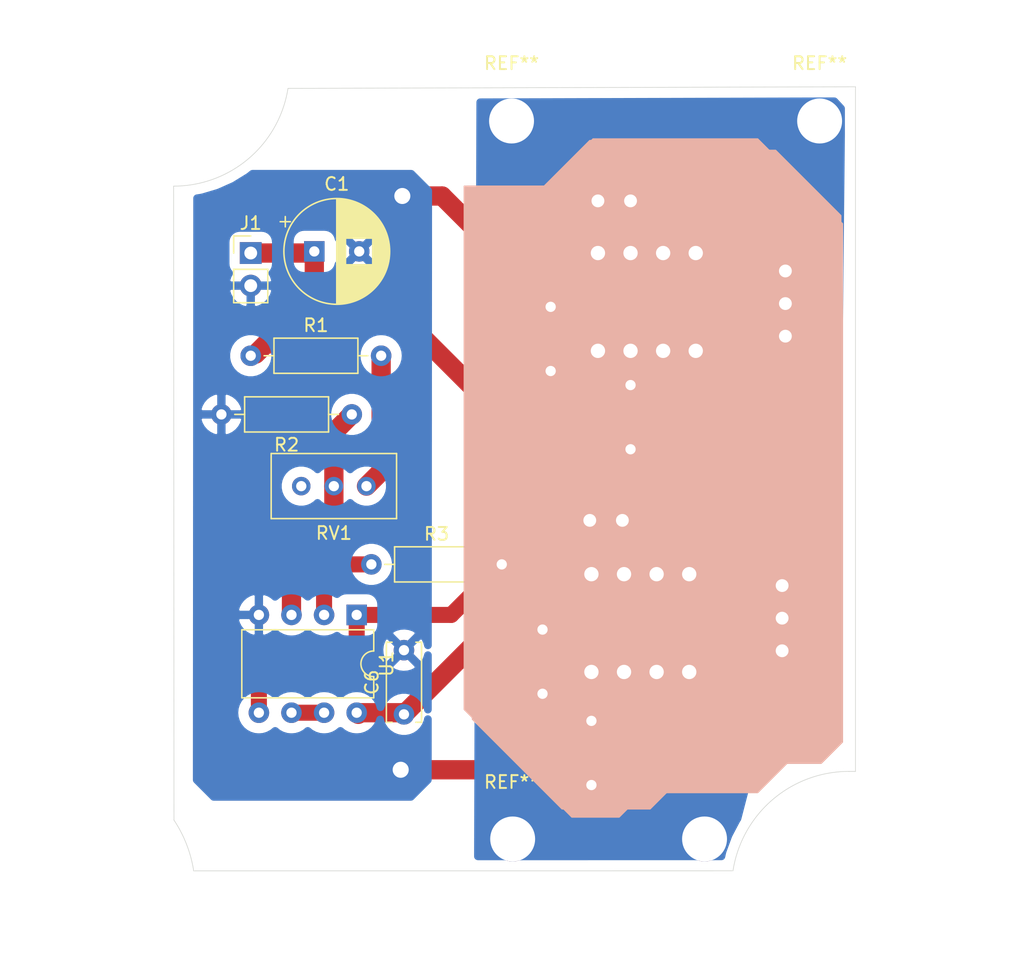
<source format=kicad_pcb>
(kicad_pcb (version 20171130) (host pcbnew "(5.1.2)-2")

  (general
    (thickness 1.6)
    (drawings 39)
    (tracks 80)
    (zones 0)
    (modules 22)
    (nets 15)
  )

  (page A4)
  (layers
    (0 F.Cu signal)
    (31 B.Cu signal)
    (40 Dwgs.User user)
    (41 Cmts.User user)
    (42 Eco1.User user)
    (43 Eco2.User user)
    (44 Edge.Cuts user)
    (45 Margin user)
    (46 B.CrtYd user)
    (47 F.CrtYd user)
    (49 F.Fab user)
  )

  (setup
    (last_trace_width 0.25)
    (user_trace_width 1)
    (user_trace_width 1.25)
    (user_trace_width 1.5)
    (user_trace_width 1.75)
    (user_trace_width 2)
    (user_trace_width 2.5)
    (user_trace_width 3)
    (trace_clearance 0.2)
    (zone_clearance 0.8)
    (zone_45_only yes)
    (trace_min 1)
    (via_size 0.8)
    (via_drill 0.4)
    (via_min_size 0.5)
    (via_min_drill 0.3)
    (user_via 2.5 1.25)
    (user_via 3 2)
    (user_via 4 3)
    (user_via 5 3.1)
    (uvia_size 0.3)
    (uvia_drill 0.1)
    (uvias_allowed no)
    (uvia_min_size 0.2)
    (uvia_min_drill 0.1)
    (edge_width 0.05)
    (segment_width 0.2)
    (pcb_text_width 0.3)
    (pcb_text_size 1.5 1.5)
    (mod_edge_width 0.12)
    (mod_text_size 1 1)
    (mod_text_width 0.15)
    (pad_size 3.5 3.5)
    (pad_drill 3.5)
    (pad_to_mask_clearance 0.051)
    (solder_mask_min_width 0.25)
    (aux_axis_origin 153.797 124.333)
    (grid_origin 153.797 124.333)
    (visible_elements 7FFFFFFF)
    (pcbplotparams
      (layerselection 0x00800_fffffffe)
      (usegerberextensions false)
      (usegerberattributes false)
      (usegerberadvancedattributes true)
      (creategerberjobfile true)
      (excludeedgelayer true)
      (linewidth 0.100000)
      (plotframeref false)
      (viasonmask true)
      (mode 1)
      (useauxorigin true)
      (hpglpennumber 1)
      (hpglpenspeed 20)
      (hpglpendiameter 15.000000)
      (psnegative false)
      (psa4output false)
      (plotreference false)
      (plotvalue false)
      (plotinvisibletext false)
      (padsonsilk false)
      (subtractmaskfromsilk false)
      (outputformat 1)
      (mirror false)
      (drillshape 0)
      (scaleselection 1)
      (outputdirectory "GERBERS/"))
  )

  (net 0 "")
  (net 1 -10V)
  (net 2 +10V)
  (net 3 GNDREF)
  (net 4 "Net-(J2-Pad1)")
  (net 5 "Net-(J3-Pad1)")
  (net 6 "Net-(R1-Pad2)")
  (net 7 "Net-(J4-PadT)")
  (net 8 "Net-(J4-PadR)")
  (net 9 "Net-(J5-PadT)")
  (net 10 "Net-(J5-PadR)")
  (net 11 "Net-(U1-Pad6)")
  (net 12 "Net-(R2-Pad1)")
  (net 13 "Net-(R3-Pad1)")
  (net 14 "Net-(RV1-Pad1)")

  (net_class Default "This is the default net class."
    (clearance 0.2)
    (trace_width 0.25)
    (via_dia 0.8)
    (via_drill 0.4)
    (uvia_dia 0.3)
    (uvia_drill 0.1)
    (add_net +10V)
    (add_net -10V)
    (add_net GNDREF)
    (add_net "Net-(J2-Pad1)")
    (add_net "Net-(J3-Pad1)")
    (add_net "Net-(J4-PadR)")
    (add_net "Net-(J4-PadT)")
    (add_net "Net-(J5-PadR)")
    (add_net "Net-(J5-PadT)")
    (add_net "Net-(R1-Pad2)")
    (add_net "Net-(R2-Pad1)")
    (add_net "Net-(R3-Pad1)")
    (add_net "Net-(RV1-Pad1)")
    (add_net "Net-(U1-Pad6)")
  )

  (module Potentiometer_THT:Potentiometer_Bourns_3296W_Vertical (layer F.Cu) (tedit 5A3D4994) (tstamp 5E618CA3)
    (at 163.83 94.361 180)
    (descr "Potentiometer, vertical, Bourns 3296W, https://www.bourns.com/pdfs/3296.pdf")
    (tags "Potentiometer vertical Bourns 3296W")
    (path /5E5CEFD7)
    (fp_text reference RV1 (at -2.54 -3.66) (layer F.SilkS)
      (effects (font (size 1 1) (thickness 0.15)))
    )
    (fp_text value 200K (at -2.54 3.67) (layer F.Fab)
      (effects (font (size 1 1) (thickness 0.15)))
    )
    (fp_text user %R (at -3.175 0.005) (layer F.Fab)
      (effects (font (size 1 1) (thickness 0.15)))
    )
    (fp_line (start 2.5 -2.7) (end -7.6 -2.7) (layer F.CrtYd) (width 0.05))
    (fp_line (start 2.5 2.7) (end 2.5 -2.7) (layer F.CrtYd) (width 0.05))
    (fp_line (start -7.6 2.7) (end 2.5 2.7) (layer F.CrtYd) (width 0.05))
    (fp_line (start -7.6 -2.7) (end -7.6 2.7) (layer F.CrtYd) (width 0.05))
    (fp_line (start 2.345 -2.53) (end 2.345 2.54) (layer F.SilkS) (width 0.12))
    (fp_line (start -7.425 -2.53) (end -7.425 2.54) (layer F.SilkS) (width 0.12))
    (fp_line (start -7.425 2.54) (end 2.345 2.54) (layer F.SilkS) (width 0.12))
    (fp_line (start -7.425 -2.53) (end 2.345 -2.53) (layer F.SilkS) (width 0.12))
    (fp_line (start 0.955 2.235) (end 0.956 0.066) (layer F.Fab) (width 0.1))
    (fp_line (start 0.955 2.235) (end 0.956 0.066) (layer F.Fab) (width 0.1))
    (fp_line (start 2.225 -2.41) (end -7.305 -2.41) (layer F.Fab) (width 0.1))
    (fp_line (start 2.225 2.42) (end 2.225 -2.41) (layer F.Fab) (width 0.1))
    (fp_line (start -7.305 2.42) (end 2.225 2.42) (layer F.Fab) (width 0.1))
    (fp_line (start -7.305 -2.41) (end -7.305 2.42) (layer F.Fab) (width 0.1))
    (fp_circle (center 0.955 1.15) (end 2.05 1.15) (layer F.Fab) (width 0.1))
    (pad 3 thru_hole circle (at -5.08 0 180) (size 1.44 1.44) (drill 0.8) (layers *.Cu *.Mask)
      (net 6 "Net-(R1-Pad2)"))
    (pad 2 thru_hole circle (at -2.54 0 180) (size 1.44 1.44) (drill 0.8) (layers *.Cu *.Mask)
      (net 12 "Net-(R2-Pad1)"))
    (pad 1 thru_hole circle (at 0 0 180) (size 1.44 1.44) (drill 0.8) (layers *.Cu *.Mask)
      (net 14 "Net-(RV1-Pad1)"))
    (model ${KISYS3DMOD}/Potentiometer_THT.3dshapes/Potentiometer_Bourns_3296W_Vertical.wrl
      (at (xyz 0 0 0))
      (scale (xyz 1 1 1))
      (rotate (xyz 0 0 0))
    )
  )

  (module Capacitor_THT:C_Disc_D4.7mm_W2.5mm_P5.00mm (layer F.Cu) (tedit 5AE50EF0) (tstamp 5E61924F)
    (at 186.436 112.649 270)
    (descr "C, Disc series, Radial, pin pitch=5.00mm, , diameter*width=4.7*2.5mm^2, Capacitor, http://www.vishay.com/docs/45233/krseries.pdf")
    (tags "C Disc series Radial pin pitch 5.00mm  diameter 4.7mm width 2.5mm Capacitor")
    (path /5E45D610)
    (fp_text reference C5 (at 2.5 -2.5 90) (layer F.SilkS)
      (effects (font (size 1 1) (thickness 0.15)))
    )
    (fp_text value 1uF (at 2.5 2.5 90) (layer F.Fab)
      (effects (font (size 1 1) (thickness 0.15)))
    )
    (fp_text user %R (at 2.5 0 90) (layer F.Fab)
      (effects (font (size 0.94 0.94) (thickness 0.141)))
    )
    (fp_line (start 6.05 -1.5) (end -1.05 -1.5) (layer F.CrtYd) (width 0.05))
    (fp_line (start 6.05 1.5) (end 6.05 -1.5) (layer F.CrtYd) (width 0.05))
    (fp_line (start -1.05 1.5) (end 6.05 1.5) (layer F.CrtYd) (width 0.05))
    (fp_line (start -1.05 -1.5) (end -1.05 1.5) (layer F.CrtYd) (width 0.05))
    (fp_line (start 4.97 1.055) (end 4.97 1.37) (layer F.SilkS) (width 0.12))
    (fp_line (start 4.97 -1.37) (end 4.97 -1.055) (layer F.SilkS) (width 0.12))
    (fp_line (start 0.03 1.055) (end 0.03 1.37) (layer F.SilkS) (width 0.12))
    (fp_line (start 0.03 -1.37) (end 0.03 -1.055) (layer F.SilkS) (width 0.12))
    (fp_line (start 0.03 1.37) (end 4.97 1.37) (layer F.SilkS) (width 0.12))
    (fp_line (start 0.03 -1.37) (end 4.97 -1.37) (layer F.SilkS) (width 0.12))
    (fp_line (start 4.85 -1.25) (end 0.15 -1.25) (layer F.Fab) (width 0.1))
    (fp_line (start 4.85 1.25) (end 4.85 -1.25) (layer F.Fab) (width 0.1))
    (fp_line (start 0.15 1.25) (end 4.85 1.25) (layer F.Fab) (width 0.1))
    (fp_line (start 0.15 -1.25) (end 0.15 1.25) (layer F.Fab) (width 0.1))
    (pad 2 thru_hole circle (at 5 0 270) (size 1.6 1.6) (drill 0.8) (layers *.Cu *.Mask)
      (net 3 GNDREF))
    (pad 1 thru_hole circle (at 0 0 270) (size 1.6 1.6) (drill 0.8) (layers *.Cu *.Mask)
      (net 1 -10V))
    (model ${KISYS3DMOD}/Capacitor_THT.3dshapes/C_Disc_D4.7mm_W2.5mm_P5.00mm.wrl
      (at (xyz 0 0 0))
      (scale (xyz 1 1 1))
      (rotate (xyz 0 0 0))
    )
  )

  (module Capacitor_THT:C_Disc_D4.7mm_W2.5mm_P5.00mm (layer F.Cu) (tedit 5AE50EF0) (tstamp 5E3FC13A)
    (at 182.626 105.537 270)
    (descr "C, Disc series, Radial, pin pitch=5.00mm, , diameter*width=4.7*2.5mm^2, Capacitor, http://www.vishay.com/docs/45233/krseries.pdf")
    (tags "C Disc series Radial pin pitch 5.00mm  diameter 4.7mm width 2.5mm Capacitor")
    (path /5E45DF17)
    (fp_text reference C4 (at 2.5 -2.5 90) (layer F.SilkS)
      (effects (font (size 1 1) (thickness 0.15)))
    )
    (fp_text value 1uF (at 2.5 2.5 90) (layer F.Fab)
      (effects (font (size 1 1) (thickness 0.15)))
    )
    (fp_text user %R (at 2.5 0 90) (layer F.Fab)
      (effects (font (size 0.94 0.94) (thickness 0.141)))
    )
    (fp_line (start 6.05 -1.5) (end -1.05 -1.5) (layer F.CrtYd) (width 0.05))
    (fp_line (start 6.05 1.5) (end 6.05 -1.5) (layer F.CrtYd) (width 0.05))
    (fp_line (start -1.05 1.5) (end 6.05 1.5) (layer F.CrtYd) (width 0.05))
    (fp_line (start -1.05 -1.5) (end -1.05 1.5) (layer F.CrtYd) (width 0.05))
    (fp_line (start 4.97 1.055) (end 4.97 1.37) (layer F.SilkS) (width 0.12))
    (fp_line (start 4.97 -1.37) (end 4.97 -1.055) (layer F.SilkS) (width 0.12))
    (fp_line (start 0.03 1.055) (end 0.03 1.37) (layer F.SilkS) (width 0.12))
    (fp_line (start 0.03 -1.37) (end 0.03 -1.055) (layer F.SilkS) (width 0.12))
    (fp_line (start 0.03 1.37) (end 4.97 1.37) (layer F.SilkS) (width 0.12))
    (fp_line (start 0.03 -1.37) (end 4.97 -1.37) (layer F.SilkS) (width 0.12))
    (fp_line (start 4.85 -1.25) (end 0.15 -1.25) (layer F.Fab) (width 0.1))
    (fp_line (start 4.85 1.25) (end 4.85 -1.25) (layer F.Fab) (width 0.1))
    (fp_line (start 0.15 1.25) (end 4.85 1.25) (layer F.Fab) (width 0.1))
    (fp_line (start 0.15 -1.25) (end 0.15 1.25) (layer F.Fab) (width 0.1))
    (pad 2 thru_hole circle (at 5 0 270) (size 1.6 1.6) (drill 0.8) (layers *.Cu *.Mask)
      (net 3 GNDREF))
    (pad 1 thru_hole circle (at 0 0 270) (size 1.6 1.6) (drill 0.8) (layers *.Cu *.Mask)
      (net 2 +10V))
    (model ${KISYS3DMOD}/Capacitor_THT.3dshapes/C_Disc_D4.7mm_W2.5mm_P5.00mm.wrl
      (at (xyz 0 0 0))
      (scale (xyz 1 1 1))
      (rotate (xyz 0 0 0))
    )
  )

  (module Capacitor_THT:C_Disc_D4.7mm_W2.5mm_P5.00mm (layer F.Cu) (tedit 5AE50EF0) (tstamp 5E3FEE03)
    (at 183.261 80.391 270)
    (descr "C, Disc series, Radial, pin pitch=5.00mm, , diameter*width=4.7*2.5mm^2, Capacitor, http://www.vishay.com/docs/45233/krseries.pdf")
    (tags "C Disc series Radial pin pitch 5.00mm  diameter 4.7mm width 2.5mm Capacitor")
    (path /5E45EC61)
    (fp_text reference C3 (at 2.5 -2.5 90) (layer F.SilkS)
      (effects (font (size 1 1) (thickness 0.15)))
    )
    (fp_text value 1uF (at 2.5 2.5 90) (layer F.Fab)
      (effects (font (size 1 1) (thickness 0.15)))
    )
    (fp_text user %R (at 2.5 0 90) (layer F.Fab)
      (effects (font (size 0.94 0.94) (thickness 0.141)))
    )
    (fp_line (start 6.05 -1.5) (end -1.05 -1.5) (layer F.CrtYd) (width 0.05))
    (fp_line (start 6.05 1.5) (end 6.05 -1.5) (layer F.CrtYd) (width 0.05))
    (fp_line (start -1.05 1.5) (end 6.05 1.5) (layer F.CrtYd) (width 0.05))
    (fp_line (start -1.05 -1.5) (end -1.05 1.5) (layer F.CrtYd) (width 0.05))
    (fp_line (start 4.97 1.055) (end 4.97 1.37) (layer F.SilkS) (width 0.12))
    (fp_line (start 4.97 -1.37) (end 4.97 -1.055) (layer F.SilkS) (width 0.12))
    (fp_line (start 0.03 1.055) (end 0.03 1.37) (layer F.SilkS) (width 0.12))
    (fp_line (start 0.03 -1.37) (end 0.03 -1.055) (layer F.SilkS) (width 0.12))
    (fp_line (start 0.03 1.37) (end 4.97 1.37) (layer F.SilkS) (width 0.12))
    (fp_line (start 0.03 -1.37) (end 4.97 -1.37) (layer F.SilkS) (width 0.12))
    (fp_line (start 4.85 -1.25) (end 0.15 -1.25) (layer F.Fab) (width 0.1))
    (fp_line (start 4.85 1.25) (end 4.85 -1.25) (layer F.Fab) (width 0.1))
    (fp_line (start 0.15 1.25) (end 4.85 1.25) (layer F.Fab) (width 0.1))
    (fp_line (start 0.15 -1.25) (end 0.15 1.25) (layer F.Fab) (width 0.1))
    (pad 2 thru_hole circle (at 5 0 270) (size 1.6 1.6) (drill 0.8) (layers *.Cu *.Mask)
      (net 3 GNDREF))
    (pad 1 thru_hole circle (at 0 0 270) (size 1.6 1.6) (drill 0.8) (layers *.Cu *.Mask)
      (net 1 -10V))
    (model ${KISYS3DMOD}/Capacitor_THT.3dshapes/C_Disc_D4.7mm_W2.5mm_P5.00mm.wrl
      (at (xyz 0 0 0))
      (scale (xyz 1 1 1))
      (rotate (xyz 0 0 0))
    )
  )

  (module Capacitor_THT:C_Disc_D4.7mm_W2.5mm_P5.00mm (layer F.Cu) (tedit 5AE50EF0) (tstamp 5E3FC110)
    (at 189.484 86.487 270)
    (descr "C, Disc series, Radial, pin pitch=5.00mm, , diameter*width=4.7*2.5mm^2, Capacitor, http://www.vishay.com/docs/45233/krseries.pdf")
    (tags "C Disc series Radial pin pitch 5.00mm  diameter 4.7mm width 2.5mm Capacitor")
    (path /5E45E183)
    (fp_text reference C2 (at 2.5 -2.5 90) (layer F.SilkS)
      (effects (font (size 1 1) (thickness 0.15)))
    )
    (fp_text value 1uF (at 2.5 2.5 90) (layer F.Fab)
      (effects (font (size 1 1) (thickness 0.15)))
    )
    (fp_text user %R (at 2.5 0 90) (layer F.Fab)
      (effects (font (size 0.94 0.94) (thickness 0.141)))
    )
    (fp_line (start 6.05 -1.5) (end -1.05 -1.5) (layer F.CrtYd) (width 0.05))
    (fp_line (start 6.05 1.5) (end 6.05 -1.5) (layer F.CrtYd) (width 0.05))
    (fp_line (start -1.05 1.5) (end 6.05 1.5) (layer F.CrtYd) (width 0.05))
    (fp_line (start -1.05 -1.5) (end -1.05 1.5) (layer F.CrtYd) (width 0.05))
    (fp_line (start 4.97 1.055) (end 4.97 1.37) (layer F.SilkS) (width 0.12))
    (fp_line (start 4.97 -1.37) (end 4.97 -1.055) (layer F.SilkS) (width 0.12))
    (fp_line (start 0.03 1.055) (end 0.03 1.37) (layer F.SilkS) (width 0.12))
    (fp_line (start 0.03 -1.37) (end 0.03 -1.055) (layer F.SilkS) (width 0.12))
    (fp_line (start 0.03 1.37) (end 4.97 1.37) (layer F.SilkS) (width 0.12))
    (fp_line (start 0.03 -1.37) (end 4.97 -1.37) (layer F.SilkS) (width 0.12))
    (fp_line (start 4.85 -1.25) (end 0.15 -1.25) (layer F.Fab) (width 0.1))
    (fp_line (start 4.85 1.25) (end 4.85 -1.25) (layer F.Fab) (width 0.1))
    (fp_line (start 0.15 1.25) (end 4.85 1.25) (layer F.Fab) (width 0.1))
    (fp_line (start 0.15 -1.25) (end 0.15 1.25) (layer F.Fab) (width 0.1))
    (pad 2 thru_hole circle (at 5 0 270) (size 1.6 1.6) (drill 0.8) (layers *.Cu *.Mask)
      (net 3 GNDREF))
    (pad 1 thru_hole circle (at 0 0 270) (size 1.6 1.6) (drill 0.8) (layers *.Cu *.Mask)
      (net 2 +10V))
    (model ${KISYS3DMOD}/Capacitor_THT.3dshapes/C_Disc_D4.7mm_W2.5mm_P5.00mm.wrl
      (at (xyz 0 0 0))
      (scale (xyz 1 1 1))
      (rotate (xyz 0 0 0))
    )
  )

  (module Capacitor_THT:CP_Radial_D8.0mm_P3.50mm (layer F.Cu) (tedit 5AE50EF0) (tstamp 5E3FC0FB)
    (at 164.846 76.073)
    (descr "CP, Radial series, Radial, pin pitch=3.50mm, , diameter=8mm, Electrolytic Capacitor")
    (tags "CP Radial series Radial pin pitch 3.50mm  diameter 8mm Electrolytic Capacitor")
    (path /5E421BFC)
    (fp_text reference C1 (at 1.75 -5.25) (layer F.SilkS)
      (effects (font (size 1 1) (thickness 0.15)))
    )
    (fp_text value 220uF (at 1.75 5.25) (layer F.Fab)
      (effects (font (size 1 1) (thickness 0.15)))
    )
    (fp_text user %R (at 1.75 0) (layer F.Fab)
      (effects (font (size 1 1) (thickness 0.15)))
    )
    (fp_line (start -2.259698 -2.715) (end -2.259698 -1.915) (layer F.SilkS) (width 0.12))
    (fp_line (start -2.659698 -2.315) (end -1.859698 -2.315) (layer F.SilkS) (width 0.12))
    (fp_line (start 5.831 -0.533) (end 5.831 0.533) (layer F.SilkS) (width 0.12))
    (fp_line (start 5.791 -0.768) (end 5.791 0.768) (layer F.SilkS) (width 0.12))
    (fp_line (start 5.751 -0.948) (end 5.751 0.948) (layer F.SilkS) (width 0.12))
    (fp_line (start 5.711 -1.098) (end 5.711 1.098) (layer F.SilkS) (width 0.12))
    (fp_line (start 5.671 -1.229) (end 5.671 1.229) (layer F.SilkS) (width 0.12))
    (fp_line (start 5.631 -1.346) (end 5.631 1.346) (layer F.SilkS) (width 0.12))
    (fp_line (start 5.591 -1.453) (end 5.591 1.453) (layer F.SilkS) (width 0.12))
    (fp_line (start 5.551 -1.552) (end 5.551 1.552) (layer F.SilkS) (width 0.12))
    (fp_line (start 5.511 -1.645) (end 5.511 1.645) (layer F.SilkS) (width 0.12))
    (fp_line (start 5.471 -1.731) (end 5.471 1.731) (layer F.SilkS) (width 0.12))
    (fp_line (start 5.431 -1.813) (end 5.431 1.813) (layer F.SilkS) (width 0.12))
    (fp_line (start 5.391 -1.89) (end 5.391 1.89) (layer F.SilkS) (width 0.12))
    (fp_line (start 5.351 -1.964) (end 5.351 1.964) (layer F.SilkS) (width 0.12))
    (fp_line (start 5.311 -2.034) (end 5.311 2.034) (layer F.SilkS) (width 0.12))
    (fp_line (start 5.271 -2.102) (end 5.271 2.102) (layer F.SilkS) (width 0.12))
    (fp_line (start 5.231 -2.166) (end 5.231 2.166) (layer F.SilkS) (width 0.12))
    (fp_line (start 5.191 -2.228) (end 5.191 2.228) (layer F.SilkS) (width 0.12))
    (fp_line (start 5.151 -2.287) (end 5.151 2.287) (layer F.SilkS) (width 0.12))
    (fp_line (start 5.111 -2.345) (end 5.111 2.345) (layer F.SilkS) (width 0.12))
    (fp_line (start 5.071 -2.4) (end 5.071 2.4) (layer F.SilkS) (width 0.12))
    (fp_line (start 5.031 -2.454) (end 5.031 2.454) (layer F.SilkS) (width 0.12))
    (fp_line (start 4.991 -2.505) (end 4.991 2.505) (layer F.SilkS) (width 0.12))
    (fp_line (start 4.951 -2.556) (end 4.951 2.556) (layer F.SilkS) (width 0.12))
    (fp_line (start 4.911 -2.604) (end 4.911 2.604) (layer F.SilkS) (width 0.12))
    (fp_line (start 4.871 -2.651) (end 4.871 2.651) (layer F.SilkS) (width 0.12))
    (fp_line (start 4.831 -2.697) (end 4.831 2.697) (layer F.SilkS) (width 0.12))
    (fp_line (start 4.791 -2.741) (end 4.791 2.741) (layer F.SilkS) (width 0.12))
    (fp_line (start 4.751 -2.784) (end 4.751 2.784) (layer F.SilkS) (width 0.12))
    (fp_line (start 4.711 -2.826) (end 4.711 2.826) (layer F.SilkS) (width 0.12))
    (fp_line (start 4.671 -2.867) (end 4.671 2.867) (layer F.SilkS) (width 0.12))
    (fp_line (start 4.631 -2.907) (end 4.631 2.907) (layer F.SilkS) (width 0.12))
    (fp_line (start 4.591 -2.945) (end 4.591 2.945) (layer F.SilkS) (width 0.12))
    (fp_line (start 4.551 -2.983) (end 4.551 2.983) (layer F.SilkS) (width 0.12))
    (fp_line (start 4.511 1.04) (end 4.511 3.019) (layer F.SilkS) (width 0.12))
    (fp_line (start 4.511 -3.019) (end 4.511 -1.04) (layer F.SilkS) (width 0.12))
    (fp_line (start 4.471 1.04) (end 4.471 3.055) (layer F.SilkS) (width 0.12))
    (fp_line (start 4.471 -3.055) (end 4.471 -1.04) (layer F.SilkS) (width 0.12))
    (fp_line (start 4.431 1.04) (end 4.431 3.09) (layer F.SilkS) (width 0.12))
    (fp_line (start 4.431 -3.09) (end 4.431 -1.04) (layer F.SilkS) (width 0.12))
    (fp_line (start 4.391 1.04) (end 4.391 3.124) (layer F.SilkS) (width 0.12))
    (fp_line (start 4.391 -3.124) (end 4.391 -1.04) (layer F.SilkS) (width 0.12))
    (fp_line (start 4.351 1.04) (end 4.351 3.156) (layer F.SilkS) (width 0.12))
    (fp_line (start 4.351 -3.156) (end 4.351 -1.04) (layer F.SilkS) (width 0.12))
    (fp_line (start 4.311 1.04) (end 4.311 3.189) (layer F.SilkS) (width 0.12))
    (fp_line (start 4.311 -3.189) (end 4.311 -1.04) (layer F.SilkS) (width 0.12))
    (fp_line (start 4.271 1.04) (end 4.271 3.22) (layer F.SilkS) (width 0.12))
    (fp_line (start 4.271 -3.22) (end 4.271 -1.04) (layer F.SilkS) (width 0.12))
    (fp_line (start 4.231 1.04) (end 4.231 3.25) (layer F.SilkS) (width 0.12))
    (fp_line (start 4.231 -3.25) (end 4.231 -1.04) (layer F.SilkS) (width 0.12))
    (fp_line (start 4.191 1.04) (end 4.191 3.28) (layer F.SilkS) (width 0.12))
    (fp_line (start 4.191 -3.28) (end 4.191 -1.04) (layer F.SilkS) (width 0.12))
    (fp_line (start 4.151 1.04) (end 4.151 3.309) (layer F.SilkS) (width 0.12))
    (fp_line (start 4.151 -3.309) (end 4.151 -1.04) (layer F.SilkS) (width 0.12))
    (fp_line (start 4.111 1.04) (end 4.111 3.338) (layer F.SilkS) (width 0.12))
    (fp_line (start 4.111 -3.338) (end 4.111 -1.04) (layer F.SilkS) (width 0.12))
    (fp_line (start 4.071 1.04) (end 4.071 3.365) (layer F.SilkS) (width 0.12))
    (fp_line (start 4.071 -3.365) (end 4.071 -1.04) (layer F.SilkS) (width 0.12))
    (fp_line (start 4.031 1.04) (end 4.031 3.392) (layer F.SilkS) (width 0.12))
    (fp_line (start 4.031 -3.392) (end 4.031 -1.04) (layer F.SilkS) (width 0.12))
    (fp_line (start 3.991 1.04) (end 3.991 3.418) (layer F.SilkS) (width 0.12))
    (fp_line (start 3.991 -3.418) (end 3.991 -1.04) (layer F.SilkS) (width 0.12))
    (fp_line (start 3.951 1.04) (end 3.951 3.444) (layer F.SilkS) (width 0.12))
    (fp_line (start 3.951 -3.444) (end 3.951 -1.04) (layer F.SilkS) (width 0.12))
    (fp_line (start 3.911 1.04) (end 3.911 3.469) (layer F.SilkS) (width 0.12))
    (fp_line (start 3.911 -3.469) (end 3.911 -1.04) (layer F.SilkS) (width 0.12))
    (fp_line (start 3.871 1.04) (end 3.871 3.493) (layer F.SilkS) (width 0.12))
    (fp_line (start 3.871 -3.493) (end 3.871 -1.04) (layer F.SilkS) (width 0.12))
    (fp_line (start 3.831 1.04) (end 3.831 3.517) (layer F.SilkS) (width 0.12))
    (fp_line (start 3.831 -3.517) (end 3.831 -1.04) (layer F.SilkS) (width 0.12))
    (fp_line (start 3.791 1.04) (end 3.791 3.54) (layer F.SilkS) (width 0.12))
    (fp_line (start 3.791 -3.54) (end 3.791 -1.04) (layer F.SilkS) (width 0.12))
    (fp_line (start 3.751 1.04) (end 3.751 3.562) (layer F.SilkS) (width 0.12))
    (fp_line (start 3.751 -3.562) (end 3.751 -1.04) (layer F.SilkS) (width 0.12))
    (fp_line (start 3.711 1.04) (end 3.711 3.584) (layer F.SilkS) (width 0.12))
    (fp_line (start 3.711 -3.584) (end 3.711 -1.04) (layer F.SilkS) (width 0.12))
    (fp_line (start 3.671 1.04) (end 3.671 3.606) (layer F.SilkS) (width 0.12))
    (fp_line (start 3.671 -3.606) (end 3.671 -1.04) (layer F.SilkS) (width 0.12))
    (fp_line (start 3.631 1.04) (end 3.631 3.627) (layer F.SilkS) (width 0.12))
    (fp_line (start 3.631 -3.627) (end 3.631 -1.04) (layer F.SilkS) (width 0.12))
    (fp_line (start 3.591 1.04) (end 3.591 3.647) (layer F.SilkS) (width 0.12))
    (fp_line (start 3.591 -3.647) (end 3.591 -1.04) (layer F.SilkS) (width 0.12))
    (fp_line (start 3.551 1.04) (end 3.551 3.666) (layer F.SilkS) (width 0.12))
    (fp_line (start 3.551 -3.666) (end 3.551 -1.04) (layer F.SilkS) (width 0.12))
    (fp_line (start 3.511 1.04) (end 3.511 3.686) (layer F.SilkS) (width 0.12))
    (fp_line (start 3.511 -3.686) (end 3.511 -1.04) (layer F.SilkS) (width 0.12))
    (fp_line (start 3.471 1.04) (end 3.471 3.704) (layer F.SilkS) (width 0.12))
    (fp_line (start 3.471 -3.704) (end 3.471 -1.04) (layer F.SilkS) (width 0.12))
    (fp_line (start 3.431 1.04) (end 3.431 3.722) (layer F.SilkS) (width 0.12))
    (fp_line (start 3.431 -3.722) (end 3.431 -1.04) (layer F.SilkS) (width 0.12))
    (fp_line (start 3.391 1.04) (end 3.391 3.74) (layer F.SilkS) (width 0.12))
    (fp_line (start 3.391 -3.74) (end 3.391 -1.04) (layer F.SilkS) (width 0.12))
    (fp_line (start 3.351 1.04) (end 3.351 3.757) (layer F.SilkS) (width 0.12))
    (fp_line (start 3.351 -3.757) (end 3.351 -1.04) (layer F.SilkS) (width 0.12))
    (fp_line (start 3.311 1.04) (end 3.311 3.774) (layer F.SilkS) (width 0.12))
    (fp_line (start 3.311 -3.774) (end 3.311 -1.04) (layer F.SilkS) (width 0.12))
    (fp_line (start 3.271 1.04) (end 3.271 3.79) (layer F.SilkS) (width 0.12))
    (fp_line (start 3.271 -3.79) (end 3.271 -1.04) (layer F.SilkS) (width 0.12))
    (fp_line (start 3.231 1.04) (end 3.231 3.805) (layer F.SilkS) (width 0.12))
    (fp_line (start 3.231 -3.805) (end 3.231 -1.04) (layer F.SilkS) (width 0.12))
    (fp_line (start 3.191 1.04) (end 3.191 3.821) (layer F.SilkS) (width 0.12))
    (fp_line (start 3.191 -3.821) (end 3.191 -1.04) (layer F.SilkS) (width 0.12))
    (fp_line (start 3.151 1.04) (end 3.151 3.835) (layer F.SilkS) (width 0.12))
    (fp_line (start 3.151 -3.835) (end 3.151 -1.04) (layer F.SilkS) (width 0.12))
    (fp_line (start 3.111 1.04) (end 3.111 3.85) (layer F.SilkS) (width 0.12))
    (fp_line (start 3.111 -3.85) (end 3.111 -1.04) (layer F.SilkS) (width 0.12))
    (fp_line (start 3.071 1.04) (end 3.071 3.863) (layer F.SilkS) (width 0.12))
    (fp_line (start 3.071 -3.863) (end 3.071 -1.04) (layer F.SilkS) (width 0.12))
    (fp_line (start 3.031 1.04) (end 3.031 3.877) (layer F.SilkS) (width 0.12))
    (fp_line (start 3.031 -3.877) (end 3.031 -1.04) (layer F.SilkS) (width 0.12))
    (fp_line (start 2.991 1.04) (end 2.991 3.889) (layer F.SilkS) (width 0.12))
    (fp_line (start 2.991 -3.889) (end 2.991 -1.04) (layer F.SilkS) (width 0.12))
    (fp_line (start 2.951 1.04) (end 2.951 3.902) (layer F.SilkS) (width 0.12))
    (fp_line (start 2.951 -3.902) (end 2.951 -1.04) (layer F.SilkS) (width 0.12))
    (fp_line (start 2.911 1.04) (end 2.911 3.914) (layer F.SilkS) (width 0.12))
    (fp_line (start 2.911 -3.914) (end 2.911 -1.04) (layer F.SilkS) (width 0.12))
    (fp_line (start 2.871 1.04) (end 2.871 3.925) (layer F.SilkS) (width 0.12))
    (fp_line (start 2.871 -3.925) (end 2.871 -1.04) (layer F.SilkS) (width 0.12))
    (fp_line (start 2.831 1.04) (end 2.831 3.936) (layer F.SilkS) (width 0.12))
    (fp_line (start 2.831 -3.936) (end 2.831 -1.04) (layer F.SilkS) (width 0.12))
    (fp_line (start 2.791 1.04) (end 2.791 3.947) (layer F.SilkS) (width 0.12))
    (fp_line (start 2.791 -3.947) (end 2.791 -1.04) (layer F.SilkS) (width 0.12))
    (fp_line (start 2.751 1.04) (end 2.751 3.957) (layer F.SilkS) (width 0.12))
    (fp_line (start 2.751 -3.957) (end 2.751 -1.04) (layer F.SilkS) (width 0.12))
    (fp_line (start 2.711 1.04) (end 2.711 3.967) (layer F.SilkS) (width 0.12))
    (fp_line (start 2.711 -3.967) (end 2.711 -1.04) (layer F.SilkS) (width 0.12))
    (fp_line (start 2.671 1.04) (end 2.671 3.976) (layer F.SilkS) (width 0.12))
    (fp_line (start 2.671 -3.976) (end 2.671 -1.04) (layer F.SilkS) (width 0.12))
    (fp_line (start 2.631 1.04) (end 2.631 3.985) (layer F.SilkS) (width 0.12))
    (fp_line (start 2.631 -3.985) (end 2.631 -1.04) (layer F.SilkS) (width 0.12))
    (fp_line (start 2.591 1.04) (end 2.591 3.994) (layer F.SilkS) (width 0.12))
    (fp_line (start 2.591 -3.994) (end 2.591 -1.04) (layer F.SilkS) (width 0.12))
    (fp_line (start 2.551 1.04) (end 2.551 4.002) (layer F.SilkS) (width 0.12))
    (fp_line (start 2.551 -4.002) (end 2.551 -1.04) (layer F.SilkS) (width 0.12))
    (fp_line (start 2.511 1.04) (end 2.511 4.01) (layer F.SilkS) (width 0.12))
    (fp_line (start 2.511 -4.01) (end 2.511 -1.04) (layer F.SilkS) (width 0.12))
    (fp_line (start 2.471 1.04) (end 2.471 4.017) (layer F.SilkS) (width 0.12))
    (fp_line (start 2.471 -4.017) (end 2.471 -1.04) (layer F.SilkS) (width 0.12))
    (fp_line (start 2.43 -4.024) (end 2.43 4.024) (layer F.SilkS) (width 0.12))
    (fp_line (start 2.39 -4.03) (end 2.39 4.03) (layer F.SilkS) (width 0.12))
    (fp_line (start 2.35 -4.037) (end 2.35 4.037) (layer F.SilkS) (width 0.12))
    (fp_line (start 2.31 -4.042) (end 2.31 4.042) (layer F.SilkS) (width 0.12))
    (fp_line (start 2.27 -4.048) (end 2.27 4.048) (layer F.SilkS) (width 0.12))
    (fp_line (start 2.23 -4.052) (end 2.23 4.052) (layer F.SilkS) (width 0.12))
    (fp_line (start 2.19 -4.057) (end 2.19 4.057) (layer F.SilkS) (width 0.12))
    (fp_line (start 2.15 -4.061) (end 2.15 4.061) (layer F.SilkS) (width 0.12))
    (fp_line (start 2.11 -4.065) (end 2.11 4.065) (layer F.SilkS) (width 0.12))
    (fp_line (start 2.07 -4.068) (end 2.07 4.068) (layer F.SilkS) (width 0.12))
    (fp_line (start 2.03 -4.071) (end 2.03 4.071) (layer F.SilkS) (width 0.12))
    (fp_line (start 1.99 -4.074) (end 1.99 4.074) (layer F.SilkS) (width 0.12))
    (fp_line (start 1.95 -4.076) (end 1.95 4.076) (layer F.SilkS) (width 0.12))
    (fp_line (start 1.91 -4.077) (end 1.91 4.077) (layer F.SilkS) (width 0.12))
    (fp_line (start 1.87 -4.079) (end 1.87 4.079) (layer F.SilkS) (width 0.12))
    (fp_line (start 1.83 -4.08) (end 1.83 4.08) (layer F.SilkS) (width 0.12))
    (fp_line (start 1.79 -4.08) (end 1.79 4.08) (layer F.SilkS) (width 0.12))
    (fp_line (start 1.75 -4.08) (end 1.75 4.08) (layer F.SilkS) (width 0.12))
    (fp_line (start -1.276759 -2.1475) (end -1.276759 -1.3475) (layer F.Fab) (width 0.1))
    (fp_line (start -1.676759 -1.7475) (end -0.876759 -1.7475) (layer F.Fab) (width 0.1))
    (fp_circle (center 1.75 0) (end 6 0) (layer F.CrtYd) (width 0.05))
    (fp_circle (center 1.75 0) (end 5.87 0) (layer F.SilkS) (width 0.12))
    (fp_circle (center 1.75 0) (end 5.75 0) (layer F.Fab) (width 0.1))
    (pad 2 thru_hole circle (at 3.5 0) (size 1.6 1.6) (drill 0.8) (layers *.Cu *.Mask)
      (net 1 -10V))
    (pad 1 thru_hole rect (at 0 0) (size 1.6 1.6) (drill 0.8) (layers *.Cu *.Mask)
      (net 2 +10V))
    (model ${KISYS3DMOD}/Capacitor_THT.3dshapes/CP_Radial_D8.0mm_P3.50mm.wrl
      (at (xyz 0 0 0))
      (scale (xyz 1 1 1))
      (rotate (xyz 0 0 0))
    )
  )

  (module MountingHole:MountingHole_3.5mm (layer F.Cu) (tedit 5E52F0BA) (tstamp 5E52EF29)
    (at 180.213 65.913)
    (descr "Mounting Hole 3.5mm, no annular")
    (tags "mounting hole 3.5mm no annular")
    (attr virtual)
    (fp_text reference REF** (at 0 -4.5) (layer F.SilkS)
      (effects (font (size 1 1) (thickness 0.15)))
    )
    (fp_text value MountingHole_3.5mm (at 0 4.5) (layer F.Fab)
      (effects (font (size 1 1) (thickness 0.15)))
    )
    (fp_circle (center 0 0) (end 3.75 0) (layer F.CrtYd) (width 0.05))
    (fp_circle (center 0 0) (end 3.5 0) (layer Cmts.User) (width 0.15))
    (fp_text user %R (at 0.3 0) (layer F.Fab)
      (effects (font (size 1 1) (thickness 0.15)))
    )
    (pad M thru_hole circle (at 0 0) (size 3.5 3.5) (drill 3.5) (layers *.Cu)
      (net 3 GNDREF) (zone_connect 2))
  )

  (module MountingHole:MountingHole_3.5mm (layer F.Cu) (tedit 5E52F1C9) (tstamp 5E52EF05)
    (at 180.213 121.92)
    (descr "Mounting Hole 3.5mm, no annular")
    (tags "mounting hole 3.5mm no annular")
    (attr virtual)
    (fp_text reference REF** (at 0 -4.5) (layer F.SilkS)
      (effects (font (size 1 1) (thickness 0.15)))
    )
    (fp_text value MountingHole_3.5mm (at 0 4.5) (layer F.Fab)
      (effects (font (size 1 1) (thickness 0.15)))
    )
    (fp_circle (center 0 0) (end 3.75 0) (layer F.CrtYd) (width 0.05))
    (fp_circle (center 0 0) (end 3.5 0) (layer Cmts.User) (width 0.15))
    (fp_text user %R (at 0.3 0) (layer F.Fab)
      (effects (font (size 1 1) (thickness 0.15)))
    )
    (pad M thru_hole circle (at 0.087 -0.07) (size 3.5 3.5) (drill 3.5) (layers *.Cu)
      (net 3 GNDREF) (zone_connect 2))
  )

  (module MountingHole:MountingHole_3.5mm (layer F.Cu) (tedit 5E52F1BE) (tstamp 5E52EEE8)
    (at 195.199 121.92)
    (descr "Mounting Hole 3.5mm, no annular")
    (tags "mounting hole 3.5mm no annular")
    (attr virtual)
    (fp_text reference REF** (at 0 -4.5) (layer F.SilkS)
      (effects (font (size 1 1) (thickness 0.15)))
    )
    (fp_text value MountingHole_3.5mm (at 0 4.5) (layer F.Fab)
      (effects (font (size 1 1) (thickness 0.15)))
    )
    (fp_circle (center 0 0) (end 3.75 0) (layer F.CrtYd) (width 0.05))
    (fp_circle (center 0 0) (end 3.5 0) (layer Cmts.User) (width 0.15))
    (fp_text user %R (at 0.3 0) (layer F.Fab)
      (effects (font (size 1 1) (thickness 0.15)))
    )
    (pad M thru_hole circle (at 0.051 -0.07) (size 3.5 3.5) (drill 3.5) (layers *.Cu)
      (net 3 GNDREF) (zone_connect 2))
  )

  (module MountingHole:MountingHole_3.5mm (layer F.Cu) (tedit 5E52F045) (tstamp 5E52EEC4)
    (at 204.216 65.913)
    (descr "Mounting Hole 3.5mm, no annular")
    (tags "mounting hole 3.5mm no annular")
    (attr virtual)
    (fp_text reference REF** (at 0 -4.5) (layer F.SilkS)
      (effects (font (size 1 1) (thickness 0.15)))
    )
    (fp_text value MountingHole_3.5mm (at 0 4.5) (layer F.Fab)
      (effects (font (size 1 1) (thickness 0.15)))
    )
    (fp_circle (center 0 0) (end 3.75 0) (layer F.CrtYd) (width 0.05))
    (fp_circle (center 0 0) (end 3.5 0) (layer Cmts.User) (width 0.15))
    (fp_text user %R (at 0.3 0) (layer F.Fab)
      (effects (font (size 1 1) (thickness 0.15)))
    )
    (pad M thru_hole circle (at 0 0) (size 3.5 3.5) (drill 3.5) (layers *.Cu)
      (net 3 GNDREF) (zone_connect 2))
  )

  (module Capacitor_THT:C_Disc_D6.0mm_W2.5mm_P5.00mm (layer F.Cu) (tedit 5AE50EF0) (tstamp 5E477302)
    (at 171.831 112.141 90)
    (descr "C, Disc series, Radial, pin pitch=5.00mm, , diameter*width=6*2.5mm^2, Capacitor, http://cdn-reichelt.de/documents/datenblatt/B300/DS_KERKO_TC.pdf")
    (tags "C Disc series Radial pin pitch 5.00mm  diameter 6mm width 2.5mm Capacitor")
    (path /5E485EF5)
    (fp_text reference C6 (at 2.5 -2.5 90) (layer F.SilkS)
      (effects (font (size 1 1) (thickness 0.15)))
    )
    (fp_text value 10nF (at 2.5 2.5 90) (layer F.Fab)
      (effects (font (size 1 1) (thickness 0.15)))
    )
    (fp_text user %R (at 2.5 0 90) (layer F.Fab)
      (effects (font (size 1 1) (thickness 0.15)))
    )
    (fp_line (start 6.05 -1.5) (end -1.05 -1.5) (layer F.CrtYd) (width 0.05))
    (fp_line (start 6.05 1.5) (end 6.05 -1.5) (layer F.CrtYd) (width 0.05))
    (fp_line (start -1.05 1.5) (end 6.05 1.5) (layer F.CrtYd) (width 0.05))
    (fp_line (start -1.05 -1.5) (end -1.05 1.5) (layer F.CrtYd) (width 0.05))
    (fp_line (start 5.62 0.925) (end 5.62 1.37) (layer F.SilkS) (width 0.12))
    (fp_line (start 5.62 -1.37) (end 5.62 -0.925) (layer F.SilkS) (width 0.12))
    (fp_line (start -0.62 0.925) (end -0.62 1.37) (layer F.SilkS) (width 0.12))
    (fp_line (start -0.62 -1.37) (end -0.62 -0.925) (layer F.SilkS) (width 0.12))
    (fp_line (start -0.62 1.37) (end 5.62 1.37) (layer F.SilkS) (width 0.12))
    (fp_line (start -0.62 -1.37) (end 5.62 -1.37) (layer F.SilkS) (width 0.12))
    (fp_line (start 5.5 -1.25) (end -0.5 -1.25) (layer F.Fab) (width 0.1))
    (fp_line (start 5.5 1.25) (end 5.5 -1.25) (layer F.Fab) (width 0.1))
    (fp_line (start -0.5 1.25) (end 5.5 1.25) (layer F.Fab) (width 0.1))
    (fp_line (start -0.5 -1.25) (end -0.5 1.25) (layer F.Fab) (width 0.1))
    (pad 2 thru_hole circle (at 5 0 90) (size 1.6 1.6) (drill 0.8) (layers *.Cu *.Mask)
      (net 1 -10V))
    (pad 1 thru_hole circle (at 0 0 90) (size 1.6 1.6) (drill 0.8) (layers *.Cu *.Mask)
      (net 2 +10V))
    (model ${KISYS3DMOD}/Capacitor_THT.3dshapes/C_Disc_D6.0mm_W2.5mm_P5.00mm.wrl
      (at (xyz 0 0 0))
      (scale (xyz 1 1 1))
      (rotate (xyz 0 0 0))
    )
  )

  (module TimmehTech_Custom_Footprints:PinHeader_1x03_P2.54mm_Vertical_TRS (layer F.Cu) (tedit 5E3F2A68) (tstamp 5E3FC1B4)
    (at 201.295 107.188 180)
    (descr "Through hole straight pin header, 1x03, 2.54mm pitch, single row")
    (tags "Through hole pin header THT 1x03 2.54mm single row")
    (path /5E46D524)
    (fp_text reference J5 (at 0 -2.33) (layer F.SilkS)
      (effects (font (size 1 1) (thickness 0.15)))
    )
    (fp_text value R_OUT (at 0 7.41) (layer F.Fab)
      (effects (font (size 1 1) (thickness 0.15)))
    )
    (fp_text user %R (at 0 2.54 90) (layer F.Fab)
      (effects (font (size 1 1) (thickness 0.15)))
    )
    (fp_line (start 1.8 -1.8) (end -1.8 -1.8) (layer F.CrtYd) (width 0.05))
    (fp_line (start 1.8 6.85) (end 1.8 -1.8) (layer F.CrtYd) (width 0.05))
    (fp_line (start -1.8 6.85) (end 1.8 6.85) (layer F.CrtYd) (width 0.05))
    (fp_line (start -1.8 -1.8) (end -1.8 6.85) (layer F.CrtYd) (width 0.05))
    (fp_line (start -1.33 -1.33) (end 0 -1.33) (layer F.SilkS) (width 0.12))
    (fp_line (start -1.33 0) (end -1.33 -1.33) (layer F.SilkS) (width 0.12))
    (fp_line (start -1.33 1.27) (end 1.33 1.27) (layer F.SilkS) (width 0.12))
    (fp_line (start 1.33 1.27) (end 1.33 6.41) (layer F.SilkS) (width 0.12))
    (fp_line (start -1.33 1.27) (end -1.33 6.41) (layer F.SilkS) (width 0.12))
    (fp_line (start -1.33 6.41) (end 1.33 6.41) (layer F.SilkS) (width 0.12))
    (fp_line (start -1.27 -0.635) (end -0.635 -1.27) (layer F.Fab) (width 0.1))
    (fp_line (start -1.27 6.35) (end -1.27 -0.635) (layer F.Fab) (width 0.1))
    (fp_line (start 1.27 6.35) (end -1.27 6.35) (layer F.Fab) (width 0.1))
    (fp_line (start 1.27 -1.27) (end 1.27 6.35) (layer F.Fab) (width 0.1))
    (fp_line (start -0.635 -1.27) (end 1.27 -1.27) (layer F.Fab) (width 0.1))
    (pad S thru_hole oval (at 0 5.08 180) (size 1.7 1.7) (drill 1) (layers *.Cu *.Mask)
      (net 3 GNDREF))
    (pad R thru_hole oval (at 0 2.54) (size 1.7 1.7) (drill 1) (layers *.Cu *.Mask)
      (net 10 "Net-(J5-PadR)"))
    (pad T thru_hole rect (at 0 0 180) (size 1.7 1.7) (drill 1) (layers *.Cu *.Mask)
      (net 9 "Net-(J5-PadT)"))
    (model ${KISYS3DMOD}/Connector_PinHeader_2.54mm.3dshapes/PinHeader_1x03_P2.54mm_Vertical.wrl
      (at (xyz 0 0 0))
      (scale (xyz 1 1 1))
      (rotate (xyz 0 0 0))
    )
  )

  (module TimmehTech_Custom_Footprints:PinHeader_1x03_P2.54mm_Vertical_TRS (layer F.Cu) (tedit 5E3F2A68) (tstamp 5E3FC19E)
    (at 201.549 82.677 180)
    (descr "Through hole straight pin header, 1x03, 2.54mm pitch, single row")
    (tags "Through hole pin header THT 1x03 2.54mm single row")
    (path /5E46BFE2)
    (fp_text reference J4 (at 0 -2.33) (layer F.SilkS)
      (effects (font (size 1 1) (thickness 0.15)))
    )
    (fp_text value L_OUT (at 0 7.41) (layer F.Fab)
      (effects (font (size 1 1) (thickness 0.15)))
    )
    (fp_text user %R (at 0 2.54 90) (layer F.Fab)
      (effects (font (size 1 1) (thickness 0.15)))
    )
    (fp_line (start 1.8 -1.8) (end -1.8 -1.8) (layer F.CrtYd) (width 0.05))
    (fp_line (start 1.8 6.85) (end 1.8 -1.8) (layer F.CrtYd) (width 0.05))
    (fp_line (start -1.8 6.85) (end 1.8 6.85) (layer F.CrtYd) (width 0.05))
    (fp_line (start -1.8 -1.8) (end -1.8 6.85) (layer F.CrtYd) (width 0.05))
    (fp_line (start -1.33 -1.33) (end 0 -1.33) (layer F.SilkS) (width 0.12))
    (fp_line (start -1.33 0) (end -1.33 -1.33) (layer F.SilkS) (width 0.12))
    (fp_line (start -1.33 1.27) (end 1.33 1.27) (layer F.SilkS) (width 0.12))
    (fp_line (start 1.33 1.27) (end 1.33 6.41) (layer F.SilkS) (width 0.12))
    (fp_line (start -1.33 1.27) (end -1.33 6.41) (layer F.SilkS) (width 0.12))
    (fp_line (start -1.33 6.41) (end 1.33 6.41) (layer F.SilkS) (width 0.12))
    (fp_line (start -1.27 -0.635) (end -0.635 -1.27) (layer F.Fab) (width 0.1))
    (fp_line (start -1.27 6.35) (end -1.27 -0.635) (layer F.Fab) (width 0.1))
    (fp_line (start 1.27 6.35) (end -1.27 6.35) (layer F.Fab) (width 0.1))
    (fp_line (start 1.27 -1.27) (end 1.27 6.35) (layer F.Fab) (width 0.1))
    (fp_line (start -0.635 -1.27) (end 1.27 -1.27) (layer F.Fab) (width 0.1))
    (pad S thru_hole oval (at 0 5.08 180) (size 1.7 1.7) (drill 1) (layers *.Cu *.Mask)
      (net 3 GNDREF))
    (pad R thru_hole oval (at 0 2.54) (size 1.7 1.7) (drill 1) (layers *.Cu *.Mask)
      (net 8 "Net-(J4-PadR)"))
    (pad T thru_hole rect (at 0 0 180) (size 1.7 1.7) (drill 1) (layers *.Cu *.Mask)
      (net 7 "Net-(J4-PadT)"))
    (model ${KISYS3DMOD}/Connector_PinHeader_2.54mm.3dshapes/PinHeader_1x03_P2.54mm_Vertical.wrl
      (at (xyz 0 0 0))
      (scale (xyz 1 1 1))
      (rotate (xyz 0 0 0))
    )
  )

  (module Connector_PinHeader_2.54mm:PinHeader_1x02_P2.54mm_Vertical (layer F.Cu) (tedit 59FED5CC) (tstamp 5E3FF918)
    (at 186.309 97.028 90)
    (descr "Through hole straight pin header, 1x02, 2.54mm pitch, single row")
    (tags "Through hole pin header THT 1x02 2.54mm single row")
    (path /5E462788)
    (fp_text reference J3 (at 0 -2.33 90) (layer F.SilkS)
      (effects (font (size 1 1) (thickness 0.15)))
    )
    (fp_text value R_IN (at 0 4.87 90) (layer F.Fab)
      (effects (font (size 1 1) (thickness 0.15)))
    )
    (fp_text user %R (at 0 1.27) (layer F.Fab)
      (effects (font (size 1 1) (thickness 0.15)))
    )
    (fp_line (start 1.8 -1.8) (end -1.8 -1.8) (layer F.CrtYd) (width 0.05))
    (fp_line (start 1.8 4.35) (end 1.8 -1.8) (layer F.CrtYd) (width 0.05))
    (fp_line (start -1.8 4.35) (end 1.8 4.35) (layer F.CrtYd) (width 0.05))
    (fp_line (start -1.8 -1.8) (end -1.8 4.35) (layer F.CrtYd) (width 0.05))
    (fp_line (start -1.33 -1.33) (end 0 -1.33) (layer F.SilkS) (width 0.12))
    (fp_line (start -1.33 0) (end -1.33 -1.33) (layer F.SilkS) (width 0.12))
    (fp_line (start -1.33 1.27) (end 1.33 1.27) (layer F.SilkS) (width 0.12))
    (fp_line (start 1.33 1.27) (end 1.33 3.87) (layer F.SilkS) (width 0.12))
    (fp_line (start -1.33 1.27) (end -1.33 3.87) (layer F.SilkS) (width 0.12))
    (fp_line (start -1.33 3.87) (end 1.33 3.87) (layer F.SilkS) (width 0.12))
    (fp_line (start -1.27 -0.635) (end -0.635 -1.27) (layer F.Fab) (width 0.1))
    (fp_line (start -1.27 3.81) (end -1.27 -0.635) (layer F.Fab) (width 0.1))
    (fp_line (start 1.27 3.81) (end -1.27 3.81) (layer F.Fab) (width 0.1))
    (fp_line (start 1.27 -1.27) (end 1.27 3.81) (layer F.Fab) (width 0.1))
    (fp_line (start -0.635 -1.27) (end 1.27 -1.27) (layer F.Fab) (width 0.1))
    (pad 2 thru_hole oval (at 0 2.54 90) (size 1.7 1.7) (drill 1) (layers *.Cu *.Mask)
      (net 3 GNDREF))
    (pad 1 thru_hole rect (at 0 0 90) (size 1.7 1.7) (drill 1) (layers *.Cu *.Mask)
      (net 5 "Net-(J3-Pad1)"))
    (model ${KISYS3DMOD}/Connector_PinHeader_2.54mm.3dshapes/PinHeader_1x02_P2.54mm_Vertical.wrl
      (at (xyz 0 0 0))
      (scale (xyz 1 1 1))
      (rotate (xyz 0 0 0))
    )
  )

  (module Connector_PinHeader_2.54mm:PinHeader_1x02_P2.54mm_Vertical (layer F.Cu) (tedit 59FED5CC) (tstamp 5E3FC175)
    (at 186.944 72.136 90)
    (descr "Through hole straight pin header, 1x02, 2.54mm pitch, single row")
    (tags "Through hole pin header THT 1x02 2.54mm single row")
    (path /5E46157E)
    (fp_text reference J2 (at 0 -2.33 90) (layer F.SilkS)
      (effects (font (size 1 1) (thickness 0.15)))
    )
    (fp_text value L_IN (at 0 4.87 90) (layer F.Fab)
      (effects (font (size 1 1) (thickness 0.15)))
    )
    (fp_text user %R (at 0 1.27) (layer F.Fab)
      (effects (font (size 1 1) (thickness 0.15)))
    )
    (fp_line (start 1.8 -1.8) (end -1.8 -1.8) (layer F.CrtYd) (width 0.05))
    (fp_line (start 1.8 4.35) (end 1.8 -1.8) (layer F.CrtYd) (width 0.05))
    (fp_line (start -1.8 4.35) (end 1.8 4.35) (layer F.CrtYd) (width 0.05))
    (fp_line (start -1.8 -1.8) (end -1.8 4.35) (layer F.CrtYd) (width 0.05))
    (fp_line (start -1.33 -1.33) (end 0 -1.33) (layer F.SilkS) (width 0.12))
    (fp_line (start -1.33 0) (end -1.33 -1.33) (layer F.SilkS) (width 0.12))
    (fp_line (start -1.33 1.27) (end 1.33 1.27) (layer F.SilkS) (width 0.12))
    (fp_line (start 1.33 1.27) (end 1.33 3.87) (layer F.SilkS) (width 0.12))
    (fp_line (start -1.33 1.27) (end -1.33 3.87) (layer F.SilkS) (width 0.12))
    (fp_line (start -1.33 3.87) (end 1.33 3.87) (layer F.SilkS) (width 0.12))
    (fp_line (start -1.27 -0.635) (end -0.635 -1.27) (layer F.Fab) (width 0.1))
    (fp_line (start -1.27 3.81) (end -1.27 -0.635) (layer F.Fab) (width 0.1))
    (fp_line (start 1.27 3.81) (end -1.27 3.81) (layer F.Fab) (width 0.1))
    (fp_line (start 1.27 -1.27) (end 1.27 3.81) (layer F.Fab) (width 0.1))
    (fp_line (start -0.635 -1.27) (end 1.27 -1.27) (layer F.Fab) (width 0.1))
    (pad 2 thru_hole oval (at 0 2.54 90) (size 1.7 1.7) (drill 1) (layers *.Cu *.Mask)
      (net 3 GNDREF))
    (pad 1 thru_hole rect (at 0 0 90) (size 1.7 1.7) (drill 1) (layers *.Cu *.Mask)
      (net 4 "Net-(J2-Pad1)"))
    (model ${KISYS3DMOD}/Connector_PinHeader_2.54mm.3dshapes/PinHeader_1x02_P2.54mm_Vertical.wrl
      (at (xyz 0 0 0))
      (scale (xyz 1 1 1))
      (rotate (xyz 0 0 0))
    )
  )

  (module Connector_PinHeader_2.54mm:PinHeader_1x02_P2.54mm_Vertical (layer F.Cu) (tedit 59FED5CC) (tstamp 5E3FC162)
    (at 159.893 76.2)
    (descr "Through hole straight pin header, 1x02, 2.54mm pitch, single row")
    (tags "Through hole pin header THT 1x02 2.54mm single row")
    (path /5E40220E)
    (fp_text reference J1 (at 0 -2.33) (layer F.SilkS)
      (effects (font (size 1 1) (thickness 0.15)))
    )
    (fp_text value Barrel_Jack (at 0 4.87) (layer F.Fab)
      (effects (font (size 1 1) (thickness 0.15)))
    )
    (fp_text user %R (at 0 1.27 90) (layer F.Fab)
      (effects (font (size 1 1) (thickness 0.15)))
    )
    (fp_line (start 1.8 -1.8) (end -1.8 -1.8) (layer F.CrtYd) (width 0.05))
    (fp_line (start 1.8 4.35) (end 1.8 -1.8) (layer F.CrtYd) (width 0.05))
    (fp_line (start -1.8 4.35) (end 1.8 4.35) (layer F.CrtYd) (width 0.05))
    (fp_line (start -1.8 -1.8) (end -1.8 4.35) (layer F.CrtYd) (width 0.05))
    (fp_line (start -1.33 -1.33) (end 0 -1.33) (layer F.SilkS) (width 0.12))
    (fp_line (start -1.33 0) (end -1.33 -1.33) (layer F.SilkS) (width 0.12))
    (fp_line (start -1.33 1.27) (end 1.33 1.27) (layer F.SilkS) (width 0.12))
    (fp_line (start 1.33 1.27) (end 1.33 3.87) (layer F.SilkS) (width 0.12))
    (fp_line (start -1.33 1.27) (end -1.33 3.87) (layer F.SilkS) (width 0.12))
    (fp_line (start -1.33 3.87) (end 1.33 3.87) (layer F.SilkS) (width 0.12))
    (fp_line (start -1.27 -0.635) (end -0.635 -1.27) (layer F.Fab) (width 0.1))
    (fp_line (start -1.27 3.81) (end -1.27 -0.635) (layer F.Fab) (width 0.1))
    (fp_line (start 1.27 3.81) (end -1.27 3.81) (layer F.Fab) (width 0.1))
    (fp_line (start 1.27 -1.27) (end 1.27 3.81) (layer F.Fab) (width 0.1))
    (fp_line (start -0.635 -1.27) (end 1.27 -1.27) (layer F.Fab) (width 0.1))
    (pad 2 thru_hole oval (at 0 2.54) (size 1.7 1.7) (drill 1) (layers *.Cu *.Mask)
      (net 1 -10V))
    (pad 1 thru_hole rect (at 0 0) (size 1.7 1.7) (drill 1) (layers *.Cu *.Mask)
      (net 2 +10V))
    (model ${KISYS3DMOD}/Connector_PinHeader_2.54mm.3dshapes/PinHeader_1x02_P2.54mm_Vertical.wrl
      (at (xyz 0 0 0))
      (scale (xyz 1 1 1))
      (rotate (xyz 0 0 0))
    )
  )

  (module DRV134PA:DIP254P762X508-8 (layer F.Cu) (tedit 5E3F1D6F) (tstamp 5E3FC285)
    (at 186.436 108.839 270)
    (path /5E4324E5)
    (fp_text reference U3 (at -3.35494 -10.77644 90) (layer F.SilkS)
      (effects (font (size 1.641039 1.641039) (thickness 0.015)))
    )
    (fp_text value DRV134PA (at 6.96755 3.28034 90) (layer F.Fab)
      (effects (font (size 1.641874 1.641874) (thickness 0.015)))
    )
    (fp_arc (start -3.81 -8.89) (end -4.1148 -8.89) (angle -180) (layer F.Fab) (width 0.1))
    (fp_line (start -7.112 -8.89) (end -7.112 1.27) (layer F.Fab) (width 0.1524))
    (fp_line (start -4.1148 -8.89) (end -7.112 -8.89) (layer F.Fab) (width 0.1524))
    (fp_line (start -3.5052 -8.89) (end -4.1148 -8.89) (layer F.Fab) (width 0.1524))
    (fp_line (start -0.508 -8.89) (end -3.5052 -8.89) (layer F.Fab) (width 0.1524))
    (fp_line (start -0.508 1.27) (end -0.508 -8.89) (layer F.Fab) (width 0.1524))
    (fp_line (start -7.112 1.27) (end -0.508 1.27) (layer F.Fab) (width 0.1524))
    (fp_line (start 0.5588 -8.1788) (end -0.508 -8.1788) (layer F.Fab) (width 0.1524))
    (fp_line (start 0.5588 -7.0612) (end 0.5588 -8.1788) (layer F.Fab) (width 0.1524))
    (fp_line (start -0.508 -7.0612) (end 0.5588 -7.0612) (layer F.Fab) (width 0.1524))
    (fp_line (start -0.508 -8.1788) (end -0.508 -7.0612) (layer F.Fab) (width 0.1524))
    (fp_line (start 0.5588 -5.6388) (end -0.508 -5.6388) (layer F.Fab) (width 0.1524))
    (fp_line (start 0.5588 -4.5212) (end 0.5588 -5.6388) (layer F.Fab) (width 0.1524))
    (fp_line (start -0.508 -4.5212) (end 0.5588 -4.5212) (layer F.Fab) (width 0.1524))
    (fp_line (start -0.508 -5.6388) (end -0.508 -4.5212) (layer F.Fab) (width 0.1524))
    (fp_line (start 0.5588 -3.0988) (end -0.508 -3.0988) (layer F.Fab) (width 0.1524))
    (fp_line (start 0.5588 -1.9812) (end 0.5588 -3.0988) (layer F.Fab) (width 0.1524))
    (fp_line (start -0.508 -1.9812) (end 0.5588 -1.9812) (layer F.Fab) (width 0.1524))
    (fp_line (start -0.508 -3.0988) (end -0.508 -1.9812) (layer F.Fab) (width 0.1524))
    (fp_line (start 0.5588 -0.5588) (end -0.508 -0.5588) (layer F.Fab) (width 0.1524))
    (fp_line (start 0.5588 0.5588) (end 0.5588 -0.5588) (layer F.Fab) (width 0.1524))
    (fp_line (start -0.508 0.5588) (end 0.5588 0.5588) (layer F.Fab) (width 0.1524))
    (fp_line (start -0.508 -0.5588) (end -0.508 0.5588) (layer F.Fab) (width 0.1524))
    (fp_line (start -8.1788 0.5588) (end -7.112 0.5588) (layer F.Fab) (width 0.1524))
    (fp_line (start -8.1788 -0.5588) (end -8.1788 0.5588) (layer F.Fab) (width 0.1524))
    (fp_line (start -7.112 -0.5588) (end -8.1788 -0.5588) (layer F.Fab) (width 0.1524))
    (fp_line (start -7.112 0.5588) (end -7.112 -0.5588) (layer F.Fab) (width 0.1524))
    (fp_line (start -8.1788 -1.9812) (end -7.112 -1.9812) (layer F.Fab) (width 0.1524))
    (fp_line (start -8.1788 -3.0988) (end -8.1788 -1.9812) (layer F.Fab) (width 0.1524))
    (fp_line (start -7.112 -3.0988) (end -8.1788 -3.0988) (layer F.Fab) (width 0.1524))
    (fp_line (start -7.112 -1.9812) (end -7.112 -3.0988) (layer F.Fab) (width 0.1524))
    (fp_line (start -8.1788 -4.5212) (end -7.112 -4.5212) (layer F.Fab) (width 0.1524))
    (fp_line (start -8.1788 -5.6388) (end -8.1788 -4.5212) (layer F.Fab) (width 0.1524))
    (fp_line (start -7.112 -5.6388) (end -8.1788 -5.6388) (layer F.Fab) (width 0.1524))
    (fp_line (start -7.112 -4.5212) (end -7.112 -5.6388) (layer F.Fab) (width 0.1524))
    (fp_line (start -8.1788 -7.0612) (end -7.112 -7.0612) (layer F.Fab) (width 0.1524))
    (fp_line (start -8.1788 -8.1788) (end -8.1788 -7.0612) (layer F.Fab) (width 0.1524))
    (fp_line (start -7.112 -8.1788) (end -8.1788 -8.1788) (layer F.Fab) (width 0.1524))
    (fp_line (start -7.112 -7.0612) (end -7.112 -8.1788) (layer F.Fab) (width 0.1524))
    (fp_arc (start -3.81 -8.89) (end -4.1148 -8.89) (angle -180) (layer F.SilkS) (width 0.1))
    (fp_line (start -4.1148 -8.89) (end -6.477 -8.89) (layer F.SilkS) (width 0.1524))
    (fp_line (start -3.5052 -8.89) (end -4.1148 -8.89) (layer F.SilkS) (width 0.1524))
    (fp_line (start -0.508 -8.89) (end -3.5052 -8.89) (layer F.SilkS) (width 0.1524))
    (fp_line (start -7.112 1.27) (end -0.508 1.27) (layer F.SilkS) (width 0.1524))
    (pad 8 thru_hole circle (at 0 -7.62 270) (size 1.6764 1.6764) (drill 1.1176) (layers *.Cu *.Mask)
      (net 9 "Net-(J5-PadT)"))
    (pad 7 thru_hole circle (at 0 -5.08 270) (size 1.6764 1.6764) (drill 1.1176) (layers *.Cu *.Mask)
      (net 9 "Net-(J5-PadT)"))
    (pad 6 thru_hole circle (at 0 -2.54 270) (size 1.6764 1.6764) (drill 1.1176) (layers *.Cu *.Mask)
      (net 2 +10V))
    (pad 5 thru_hole circle (at 0 0 270) (size 1.6764 1.6764) (drill 1.1176) (layers *.Cu *.Mask)
      (net 1 -10V))
    (pad 4 thru_hole circle (at -7.62 0 270) (size 1.6764 1.6764) (drill 1.1176) (layers *.Cu *.Mask)
      (net 5 "Net-(J3-Pad1)"))
    (pad 3 thru_hole circle (at -7.62 -2.54 270) (size 1.6764 1.6764) (drill 1.1176) (layers *.Cu *.Mask)
      (net 3 GNDREF))
    (pad 2 thru_hole circle (at -7.62 -5.08 270) (size 1.6764 1.6764) (drill 1.1176) (layers *.Cu *.Mask)
      (net 10 "Net-(J5-PadR)"))
    (pad 1 thru_hole rect (at -7.62 -7.62 270) (size 1.6764 1.6764) (drill 1.1176) (layers *.Cu *.Mask)
      (net 10 "Net-(J5-PadR)"))
  )

  (module DRV134PA:DIP254P762X508-8 (layer F.Cu) (tedit 5E3F1D6F) (tstamp 5E3FC24D)
    (at 186.944 83.82 270)
    (path /5E430ABB)
    (fp_text reference U2 (at -3.35494 -10.77644 90) (layer F.SilkS)
      (effects (font (size 1.641039 1.641039) (thickness 0.015)))
    )
    (fp_text value DRV134PA (at 6.96755 3.28034 90) (layer F.Fab)
      (effects (font (size 1.641874 1.641874) (thickness 0.015)))
    )
    (fp_arc (start -3.81 -8.89) (end -4.1148 -8.89) (angle -180) (layer F.Fab) (width 0.1))
    (fp_line (start -7.112 -8.89) (end -7.112 1.27) (layer F.Fab) (width 0.1524))
    (fp_line (start -4.1148 -8.89) (end -7.112 -8.89) (layer F.Fab) (width 0.1524))
    (fp_line (start -3.5052 -8.89) (end -4.1148 -8.89) (layer F.Fab) (width 0.1524))
    (fp_line (start -0.508 -8.89) (end -3.5052 -8.89) (layer F.Fab) (width 0.1524))
    (fp_line (start -0.508 1.27) (end -0.508 -8.89) (layer F.Fab) (width 0.1524))
    (fp_line (start -7.112 1.27) (end -0.508 1.27) (layer F.Fab) (width 0.1524))
    (fp_line (start 0.5588 -8.1788) (end -0.508 -8.1788) (layer F.Fab) (width 0.1524))
    (fp_line (start 0.5588 -7.0612) (end 0.5588 -8.1788) (layer F.Fab) (width 0.1524))
    (fp_line (start -0.508 -7.0612) (end 0.5588 -7.0612) (layer F.Fab) (width 0.1524))
    (fp_line (start -0.508 -8.1788) (end -0.508 -7.0612) (layer F.Fab) (width 0.1524))
    (fp_line (start 0.5588 -5.6388) (end -0.508 -5.6388) (layer F.Fab) (width 0.1524))
    (fp_line (start 0.5588 -4.5212) (end 0.5588 -5.6388) (layer F.Fab) (width 0.1524))
    (fp_line (start -0.508 -4.5212) (end 0.5588 -4.5212) (layer F.Fab) (width 0.1524))
    (fp_line (start -0.508 -5.6388) (end -0.508 -4.5212) (layer F.Fab) (width 0.1524))
    (fp_line (start 0.5588 -3.0988) (end -0.508 -3.0988) (layer F.Fab) (width 0.1524))
    (fp_line (start 0.5588 -1.9812) (end 0.5588 -3.0988) (layer F.Fab) (width 0.1524))
    (fp_line (start -0.508 -1.9812) (end 0.5588 -1.9812) (layer F.Fab) (width 0.1524))
    (fp_line (start -0.508 -3.0988) (end -0.508 -1.9812) (layer F.Fab) (width 0.1524))
    (fp_line (start 0.5588 -0.5588) (end -0.508 -0.5588) (layer F.Fab) (width 0.1524))
    (fp_line (start 0.5588 0.5588) (end 0.5588 -0.5588) (layer F.Fab) (width 0.1524))
    (fp_line (start -0.508 0.5588) (end 0.5588 0.5588) (layer F.Fab) (width 0.1524))
    (fp_line (start -0.508 -0.5588) (end -0.508 0.5588) (layer F.Fab) (width 0.1524))
    (fp_line (start -8.1788 0.5588) (end -7.112 0.5588) (layer F.Fab) (width 0.1524))
    (fp_line (start -8.1788 -0.5588) (end -8.1788 0.5588) (layer F.Fab) (width 0.1524))
    (fp_line (start -7.112 -0.5588) (end -8.1788 -0.5588) (layer F.Fab) (width 0.1524))
    (fp_line (start -7.112 0.5588) (end -7.112 -0.5588) (layer F.Fab) (width 0.1524))
    (fp_line (start -8.1788 -1.9812) (end -7.112 -1.9812) (layer F.Fab) (width 0.1524))
    (fp_line (start -8.1788 -3.0988) (end -8.1788 -1.9812) (layer F.Fab) (width 0.1524))
    (fp_line (start -7.112 -3.0988) (end -8.1788 -3.0988) (layer F.Fab) (width 0.1524))
    (fp_line (start -7.112 -1.9812) (end -7.112 -3.0988) (layer F.Fab) (width 0.1524))
    (fp_line (start -8.1788 -4.5212) (end -7.112 -4.5212) (layer F.Fab) (width 0.1524))
    (fp_line (start -8.1788 -5.6388) (end -8.1788 -4.5212) (layer F.Fab) (width 0.1524))
    (fp_line (start -7.112 -5.6388) (end -8.1788 -5.6388) (layer F.Fab) (width 0.1524))
    (fp_line (start -7.112 -4.5212) (end -7.112 -5.6388) (layer F.Fab) (width 0.1524))
    (fp_line (start -8.1788 -7.0612) (end -7.112 -7.0612) (layer F.Fab) (width 0.1524))
    (fp_line (start -8.1788 -8.1788) (end -8.1788 -7.0612) (layer F.Fab) (width 0.1524))
    (fp_line (start -7.112 -8.1788) (end -8.1788 -8.1788) (layer F.Fab) (width 0.1524))
    (fp_line (start -7.112 -7.0612) (end -7.112 -8.1788) (layer F.Fab) (width 0.1524))
    (fp_arc (start -3.81 -8.89) (end -4.1148 -8.89) (angle -180) (layer F.SilkS) (width 0.1))
    (fp_line (start -4.1148 -8.89) (end -6.477 -8.89) (layer F.SilkS) (width 0.1524))
    (fp_line (start -3.5052 -8.89) (end -4.1148 -8.89) (layer F.SilkS) (width 0.1524))
    (fp_line (start -0.508 -8.89) (end -3.5052 -8.89) (layer F.SilkS) (width 0.1524))
    (fp_line (start -7.112 1.27) (end -0.508 1.27) (layer F.SilkS) (width 0.1524))
    (pad 8 thru_hole circle (at 0 -7.62 270) (size 1.6764 1.6764) (drill 1.1176) (layers *.Cu *.Mask)
      (net 7 "Net-(J4-PadT)"))
    (pad 7 thru_hole circle (at 0 -5.08 270) (size 1.6764 1.6764) (drill 1.1176) (layers *.Cu *.Mask)
      (net 7 "Net-(J4-PadT)"))
    (pad 6 thru_hole circle (at 0 -2.54 270) (size 1.6764 1.6764) (drill 1.1176) (layers *.Cu *.Mask)
      (net 2 +10V))
    (pad 5 thru_hole circle (at 0 0 270) (size 1.6764 1.6764) (drill 1.1176) (layers *.Cu *.Mask)
      (net 1 -10V))
    (pad 4 thru_hole circle (at -7.62 0 270) (size 1.6764 1.6764) (drill 1.1176) (layers *.Cu *.Mask)
      (net 4 "Net-(J2-Pad1)"))
    (pad 3 thru_hole circle (at -7.62 -2.54 270) (size 1.6764 1.6764) (drill 1.1176) (layers *.Cu *.Mask)
      (net 3 GNDREF))
    (pad 2 thru_hole circle (at -7.62 -5.08 270) (size 1.6764 1.6764) (drill 1.1176) (layers *.Cu *.Mask)
      (net 8 "Net-(J4-PadR)"))
    (pad 1 thru_hole rect (at -7.62 -7.62 270) (size 1.6764 1.6764) (drill 1.1176) (layers *.Cu *.Mask)
      (net 8 "Net-(J4-PadR)"))
  )

  (module Package_DIP:DIP-8_W7.62mm (layer F.Cu) (tedit 5A02E8C5) (tstamp 5E3FC215)
    (at 168.148 104.394 270)
    (descr "8-lead though-hole mounted DIP package, row spacing 7.62 mm (300 mils)")
    (tags "THT DIP DIL PDIP 2.54mm 7.62mm 300mil")
    (path /5E3F33D7)
    (fp_text reference U1 (at 3.81 -2.33 90) (layer F.SilkS)
      (effects (font (size 1 1) (thickness 0.15)))
    )
    (fp_text value LM358 (at 3.81 9.95 90) (layer F.Fab)
      (effects (font (size 1 1) (thickness 0.15)))
    )
    (fp_text user %R (at 3.81 3.81 90) (layer F.Fab)
      (effects (font (size 1 1) (thickness 0.15)))
    )
    (fp_line (start 8.7 -1.55) (end -1.1 -1.55) (layer F.CrtYd) (width 0.05))
    (fp_line (start 8.7 9.15) (end 8.7 -1.55) (layer F.CrtYd) (width 0.05))
    (fp_line (start -1.1 9.15) (end 8.7 9.15) (layer F.CrtYd) (width 0.05))
    (fp_line (start -1.1 -1.55) (end -1.1 9.15) (layer F.CrtYd) (width 0.05))
    (fp_line (start 6.46 -1.33) (end 4.81 -1.33) (layer F.SilkS) (width 0.12))
    (fp_line (start 6.46 8.95) (end 6.46 -1.33) (layer F.SilkS) (width 0.12))
    (fp_line (start 1.16 8.95) (end 6.46 8.95) (layer F.SilkS) (width 0.12))
    (fp_line (start 1.16 -1.33) (end 1.16 8.95) (layer F.SilkS) (width 0.12))
    (fp_line (start 2.81 -1.33) (end 1.16 -1.33) (layer F.SilkS) (width 0.12))
    (fp_line (start 0.635 -0.27) (end 1.635 -1.27) (layer F.Fab) (width 0.1))
    (fp_line (start 0.635 8.89) (end 0.635 -0.27) (layer F.Fab) (width 0.1))
    (fp_line (start 6.985 8.89) (end 0.635 8.89) (layer F.Fab) (width 0.1))
    (fp_line (start 6.985 -1.27) (end 6.985 8.89) (layer F.Fab) (width 0.1))
    (fp_line (start 1.635 -1.27) (end 6.985 -1.27) (layer F.Fab) (width 0.1))
    (fp_arc (start 3.81 -1.33) (end 2.81 -1.33) (angle -180) (layer F.SilkS) (width 0.12))
    (pad 8 thru_hole oval (at 7.62 0 270) (size 1.6 1.6) (drill 0.8) (layers *.Cu *.Mask)
      (net 2 +10V))
    (pad 4 thru_hole oval (at 0 7.62 270) (size 1.6 1.6) (drill 0.8) (layers *.Cu *.Mask)
      (net 1 -10V))
    (pad 7 thru_hole oval (at 7.62 2.54 270) (size 1.6 1.6) (drill 0.8) (layers *.Cu *.Mask)
      (net 11 "Net-(U1-Pad6)"))
    (pad 3 thru_hole oval (at 0 5.08 270) (size 1.6 1.6) (drill 0.8) (layers *.Cu *.Mask)
      (net 12 "Net-(R2-Pad1)"))
    (pad 6 thru_hole oval (at 7.62 5.08 270) (size 1.6 1.6) (drill 0.8) (layers *.Cu *.Mask)
      (net 11 "Net-(U1-Pad6)"))
    (pad 2 thru_hole oval (at 0 2.54 270) (size 1.6 1.6) (drill 0.8) (layers *.Cu *.Mask)
      (net 13 "Net-(R3-Pad1)"))
    (pad 5 thru_hole oval (at 7.62 7.62 270) (size 1.6 1.6) (drill 0.8) (layers *.Cu *.Mask)
      (net 3 GNDREF))
    (pad 1 thru_hole rect (at 0 0 270) (size 1.6 1.6) (drill 0.8) (layers *.Cu *.Mask)
      (net 3 GNDREF))
    (model ${KISYS3DMOD}/Package_DIP.3dshapes/DIP-8_W7.62mm.wrl
      (at (xyz 0 0 0))
      (scale (xyz 1 1 1))
      (rotate (xyz 0 0 0))
    )
  )

  (module Resistor_THT:R_Axial_DIN0207_L6.3mm_D2.5mm_P10.16mm_Horizontal (layer F.Cu) (tedit 5AE5139B) (tstamp 5E3FC1F9)
    (at 169.291 100.457)
    (descr "Resistor, Axial_DIN0207 series, Axial, Horizontal, pin pitch=10.16mm, 0.25W = 1/4W, length*diameter=6.3*2.5mm^2, http://cdn-reichelt.de/documents/datenblatt/B400/1_4W%23YAG.pdf")
    (tags "Resistor Axial_DIN0207 series Axial Horizontal pin pitch 10.16mm 0.25W = 1/4W length 6.3mm diameter 2.5mm")
    (path /5E40122D)
    (fp_text reference R3 (at 5.08 -2.37) (layer F.SilkS)
      (effects (font (size 1 1) (thickness 0.15)))
    )
    (fp_text value 1k (at 5.08 2.37) (layer F.Fab)
      (effects (font (size 1 1) (thickness 0.15)))
    )
    (fp_text user %R (at 5.08 0) (layer F.Fab)
      (effects (font (size 1 1) (thickness 0.15)))
    )
    (fp_line (start 11.21 -1.5) (end -1.05 -1.5) (layer F.CrtYd) (width 0.05))
    (fp_line (start 11.21 1.5) (end 11.21 -1.5) (layer F.CrtYd) (width 0.05))
    (fp_line (start -1.05 1.5) (end 11.21 1.5) (layer F.CrtYd) (width 0.05))
    (fp_line (start -1.05 -1.5) (end -1.05 1.5) (layer F.CrtYd) (width 0.05))
    (fp_line (start 9.12 0) (end 8.35 0) (layer F.SilkS) (width 0.12))
    (fp_line (start 1.04 0) (end 1.81 0) (layer F.SilkS) (width 0.12))
    (fp_line (start 8.35 -1.37) (end 1.81 -1.37) (layer F.SilkS) (width 0.12))
    (fp_line (start 8.35 1.37) (end 8.35 -1.37) (layer F.SilkS) (width 0.12))
    (fp_line (start 1.81 1.37) (end 8.35 1.37) (layer F.SilkS) (width 0.12))
    (fp_line (start 1.81 -1.37) (end 1.81 1.37) (layer F.SilkS) (width 0.12))
    (fp_line (start 10.16 0) (end 8.23 0) (layer F.Fab) (width 0.1))
    (fp_line (start 0 0) (end 1.93 0) (layer F.Fab) (width 0.1))
    (fp_line (start 8.23 -1.25) (end 1.93 -1.25) (layer F.Fab) (width 0.1))
    (fp_line (start 8.23 1.25) (end 8.23 -1.25) (layer F.Fab) (width 0.1))
    (fp_line (start 1.93 1.25) (end 8.23 1.25) (layer F.Fab) (width 0.1))
    (fp_line (start 1.93 -1.25) (end 1.93 1.25) (layer F.Fab) (width 0.1))
    (pad 2 thru_hole oval (at 10.16 0) (size 1.6 1.6) (drill 0.8) (layers *.Cu *.Mask)
      (net 3 GNDREF))
    (pad 1 thru_hole circle (at 0 0) (size 1.6 1.6) (drill 0.8) (layers *.Cu *.Mask)
      (net 13 "Net-(R3-Pad1)"))
    (model ${KISYS3DMOD}/Resistor_THT.3dshapes/R_Axial_DIN0207_L6.3mm_D2.5mm_P10.16mm_Horizontal.wrl
      (at (xyz 0 0 0))
      (scale (xyz 1 1 1))
      (rotate (xyz 0 0 0))
    )
  )

  (module Resistor_THT:R_Axial_DIN0207_L6.3mm_D2.5mm_P10.16mm_Horizontal (layer F.Cu) (tedit 5AE5139B) (tstamp 5E3FC1E2)
    (at 167.767 88.773 180)
    (descr "Resistor, Axial_DIN0207 series, Axial, Horizontal, pin pitch=10.16mm, 0.25W = 1/4W, length*diameter=6.3*2.5mm^2, http://cdn-reichelt.de/documents/datenblatt/B400/1_4W%23YAG.pdf")
    (tags "Resistor Axial_DIN0207 series Axial Horizontal pin pitch 10.16mm 0.25W = 1/4W length 6.3mm diameter 2.5mm")
    (path /5E400347)
    (fp_text reference R2 (at 5.08 -2.37) (layer F.SilkS)
      (effects (font (size 1 1) (thickness 0.15)))
    )
    (fp_text value 240k (at 5.08 2.37) (layer F.Fab)
      (effects (font (size 1 1) (thickness 0.15)))
    )
    (fp_text user %R (at 5.08 0) (layer F.Fab)
      (effects (font (size 1 1) (thickness 0.15)))
    )
    (fp_line (start 11.21 -1.5) (end -1.05 -1.5) (layer F.CrtYd) (width 0.05))
    (fp_line (start 11.21 1.5) (end 11.21 -1.5) (layer F.CrtYd) (width 0.05))
    (fp_line (start -1.05 1.5) (end 11.21 1.5) (layer F.CrtYd) (width 0.05))
    (fp_line (start -1.05 -1.5) (end -1.05 1.5) (layer F.CrtYd) (width 0.05))
    (fp_line (start 9.12 0) (end 8.35 0) (layer F.SilkS) (width 0.12))
    (fp_line (start 1.04 0) (end 1.81 0) (layer F.SilkS) (width 0.12))
    (fp_line (start 8.35 -1.37) (end 1.81 -1.37) (layer F.SilkS) (width 0.12))
    (fp_line (start 8.35 1.37) (end 8.35 -1.37) (layer F.SilkS) (width 0.12))
    (fp_line (start 1.81 1.37) (end 8.35 1.37) (layer F.SilkS) (width 0.12))
    (fp_line (start 1.81 -1.37) (end 1.81 1.37) (layer F.SilkS) (width 0.12))
    (fp_line (start 10.16 0) (end 8.23 0) (layer F.Fab) (width 0.1))
    (fp_line (start 0 0) (end 1.93 0) (layer F.Fab) (width 0.1))
    (fp_line (start 8.23 -1.25) (end 1.93 -1.25) (layer F.Fab) (width 0.1))
    (fp_line (start 8.23 1.25) (end 8.23 -1.25) (layer F.Fab) (width 0.1))
    (fp_line (start 1.93 1.25) (end 8.23 1.25) (layer F.Fab) (width 0.1))
    (fp_line (start 1.93 -1.25) (end 1.93 1.25) (layer F.Fab) (width 0.1))
    (pad 2 thru_hole oval (at 10.16 0 180) (size 1.6 1.6) (drill 0.8) (layers *.Cu *.Mask)
      (net 1 -10V))
    (pad 1 thru_hole circle (at 0 0 180) (size 1.6 1.6) (drill 0.8) (layers *.Cu *.Mask)
      (net 12 "Net-(R2-Pad1)"))
    (model ${KISYS3DMOD}/Resistor_THT.3dshapes/R_Axial_DIN0207_L6.3mm_D2.5mm_P10.16mm_Horizontal.wrl
      (at (xyz 0 0 0))
      (scale (xyz 1 1 1))
      (rotate (xyz 0 0 0))
    )
  )

  (module Resistor_THT:R_Axial_DIN0207_L6.3mm_D2.5mm_P10.16mm_Horizontal (layer F.Cu) (tedit 5AE5139B) (tstamp 5E3FC1CB)
    (at 159.893 84.201)
    (descr "Resistor, Axial_DIN0207 series, Axial, Horizontal, pin pitch=10.16mm, 0.25W = 1/4W, length*diameter=6.3*2.5mm^2, http://cdn-reichelt.de/documents/datenblatt/B400/1_4W%23YAG.pdf")
    (tags "Resistor Axial_DIN0207 series Axial Horizontal pin pitch 10.16mm 0.25W = 1/4W length 6.3mm diameter 2.5mm")
    (path /5E400C56)
    (fp_text reference R1 (at 5.08 -2.37) (layer F.SilkS)
      (effects (font (size 1 1) (thickness 0.15)))
    )
    (fp_text value 240k (at 5.08 2.37) (layer F.Fab)
      (effects (font (size 1 1) (thickness 0.15)))
    )
    (fp_text user %R (at 5.08 0) (layer F.Fab)
      (effects (font (size 1 1) (thickness 0.15)))
    )
    (fp_line (start 11.21 -1.5) (end -1.05 -1.5) (layer F.CrtYd) (width 0.05))
    (fp_line (start 11.21 1.5) (end 11.21 -1.5) (layer F.CrtYd) (width 0.05))
    (fp_line (start -1.05 1.5) (end 11.21 1.5) (layer F.CrtYd) (width 0.05))
    (fp_line (start -1.05 -1.5) (end -1.05 1.5) (layer F.CrtYd) (width 0.05))
    (fp_line (start 9.12 0) (end 8.35 0) (layer F.SilkS) (width 0.12))
    (fp_line (start 1.04 0) (end 1.81 0) (layer F.SilkS) (width 0.12))
    (fp_line (start 8.35 -1.37) (end 1.81 -1.37) (layer F.SilkS) (width 0.12))
    (fp_line (start 8.35 1.37) (end 8.35 -1.37) (layer F.SilkS) (width 0.12))
    (fp_line (start 1.81 1.37) (end 8.35 1.37) (layer F.SilkS) (width 0.12))
    (fp_line (start 1.81 -1.37) (end 1.81 1.37) (layer F.SilkS) (width 0.12))
    (fp_line (start 10.16 0) (end 8.23 0) (layer F.Fab) (width 0.1))
    (fp_line (start 0 0) (end 1.93 0) (layer F.Fab) (width 0.1))
    (fp_line (start 8.23 -1.25) (end 1.93 -1.25) (layer F.Fab) (width 0.1))
    (fp_line (start 8.23 1.25) (end 8.23 -1.25) (layer F.Fab) (width 0.1))
    (fp_line (start 1.93 1.25) (end 8.23 1.25) (layer F.Fab) (width 0.1))
    (fp_line (start 1.93 -1.25) (end 1.93 1.25) (layer F.Fab) (width 0.1))
    (pad 2 thru_hole oval (at 10.16 0) (size 1.6 1.6) (drill 0.8) (layers *.Cu *.Mask)
      (net 6 "Net-(R1-Pad2)"))
    (pad 1 thru_hole circle (at 0 0) (size 1.6 1.6) (drill 0.8) (layers *.Cu *.Mask)
      (net 2 +10V))
    (model ${KISYS3DMOD}/Resistor_THT.3dshapes/R_Axial_DIN0207_L6.3mm_D2.5mm_P10.16mm_Horizontal.wrl
      (at (xyz 0 0 0))
      (scale (xyz 1 1 1))
      (rotate (xyz 0 0 0))
    )
  )

  (gr_text BT (at 161.544 119.507) (layer Eco2.User) (tstamp 5E99C4C2)
    (effects (font (size 5 7) (thickness 1.25)))
  )
  (gr_text R (at 201.295 113.538) (layer Eco2.User)
    (effects (font (size 3 3) (thickness 0.75)))
  )
  (gr_text L (at 201.549 89.027) (layer Eco2.User)
    (effects (font (size 3 3) (thickness 0.75)))
  )
  (gr_text 04-2020 (at 192.151 66.294) (layer Eco2.User)
    (effects (font (size 2 2) (thickness 0.5)))
  )
  (gr_poly (pts (xy 176.911 70.993) (xy 182.88 70.993) (xy 185.674 68.199) (xy 200.787 68.199) (xy 205.867 73.279) (xy 205.867 111.633) (xy 199.39 118.11) (xy 190.373 118.11) (xy 188.976 119.507) (xy 185.293 119.507) (xy 176.784 110.998) (xy 176.784 70.993)) (layer B.SilkS) (width 0.1))
  (gr_poly (pts (xy 177.165 70.993) (xy 182.753 70.993) (xy 186.309 67.437) (xy 198.882 67.437) (xy 205.867 74.422) (xy 205.867 111.76) (xy 199.39 118.237) (xy 190.5 118.237) (xy 188.595 120.142) (xy 184.912 120.142) (xy 176.53 111.76) (xy 176.53 70.993)) (layer B.SilkS) (width 0.1))
  (gr_poly (pts (xy 177.165 70.993) (xy 182.88 70.993) (xy 186.563 67.31) (xy 199.39 67.31) (xy 205.994 73.914) (xy 205.994 114.3) (xy 204.343 115.951) (xy 194.564 115.951) (xy 191.008 119.507) (xy 184.15 119.507) (xy 177.165 112.522) (xy 177.165 73.152)) (layer B.SilkS) (width 0.1))
  (gr_line (start 155.448 124.333) (end 197.465806 124.330026) (layer Edge.Cuts) (width 0.05) (tstamp 5E52E477))
  (gr_line (start 162.795393 63.370077) (end 207.01 63.246) (layer Edge.Cuts) (width 0.05) (tstamp 5E52E46C))
  (gr_line (start 206.502 116.586) (end 207.01 116.586) (layer Edge.Cuts) (width 0.05) (tstamp 5E52E3B5))
  (gr_line (start 207.01 116.586) (end 207.01 63.246) (layer Edge.Cuts) (width 0.05))
  (gr_line (start 153.887625 70.987804) (end 153.912197 120.379673) (layer Edge.Cuts) (width 0.05))
  (gr_arc (start 206.502 125.73) (end 206.502 116.586) (angle -81.19320731) (layer Edge.Cuts) (width 0.05))
  (gr_arc (start 145.669 125.857) (end 155.448 124.333) (angle -24.74474285) (layer Edge.Cuts) (width 0.05))
  (gr_arc (start 153.887625 61.970804) (end 153.887625 70.987804) (angle -81.07266767) (layer Edge.Cuts) (width 0.05))
  (gr_line (start 144.108 127.635) (end 216.408 127.635) (layer Eco1.User) (width 0.2))
  (gr_line (start 140.458 56.585) (end 140.458 131.185) (layer Eco1.User) (width 0.2))
  (gr_line (start 206.758 117.785) (end 214.758 117.785) (layer Eco1.User) (width 0.2))
  (gr_line (start 153.758 69.985) (end 145.758 69.985) (layer Eco1.User) (width 0.2))
  (gr_arc (start 145.758 125.685) (end 154.358 125.685) (angle -90) (layer Eco1.User) (width 0.2))
  (gr_arc (start 153.758 62.085) (end 153.758 69.985) (angle -90) (layer Eco1.User) (width 0.2))
  (gr_circle (center 180.258 121.885) (end 180.258 120.285) (layer Eco1.User) (width 0.2))
  (gr_circle (center 180.258 65.885) (end 180.258 64.285) (layer Eco1.User) (width 0.2))
  (gr_line (start 220.057999 131.185) (end 220.058 56.585) (layer Eco1.User) (width 0.2))
  (gr_circle (center 204.258 65.885) (end 204.258 64.285) (layer Eco1.User) (width 0.2))
  (gr_line (start 145.758 117.085) (end 145.758 69.985) (layer Eco1.User) (width 0.2))
  (gr_line (start 198.858 125.685) (end 154.358 125.685) (layer Eco1.User) (width 0.2))
  (gr_arc (start 206.758 125.685) (end 206.758 117.785) (angle -90) (layer Eco1.User) (width 0.2))
  (gr_circle (center 195.258 121.885) (end 195.258 120.285) (layer Eco1.User) (width 0.2))
  (gr_line (start 214.758 69.285) (end 214.758 117.785) (layer Eco1.User) (width 0.2))
  (gr_line (start 140.458 131.185) (end 220.057999 131.185) (layer Eco1.User) (width 0.2))
  (gr_line (start 144.108 60.135) (end 144.108 127.635) (layer Eco1.User) (width 0.2))
  (gr_line (start 161.658 62.085) (end 207.557999 62.085) (layer Eco1.User) (width 0.2))
  (gr_arc (start 214.758 62.085) (end 207.557999 62.085) (angle -90) (layer Eco1.User) (width 0.2))
  (gr_circle (center 156.258 121.885) (end 156.258 120.285) (layer Eco1.User) (width 0.2))
  (gr_circle (center 165.258 65.885) (end 165.258 64.285) (layer Eco1.User) (width 0.2))
  (gr_line (start 220.058 56.585) (end 140.458 56.585) (layer Eco1.User) (width 0.2))
  (gr_line (start 216.408 60.135) (end 144.108 60.135) (layer Eco1.User) (width 0.2))
  (gr_line (start 216.408 127.635) (end 216.408 60.135) (layer Eco1.User) (width 0.2))

  (segment (start 186.944 83.82) (end 186.516 83.82) (width 1) (layer F.Cu) (net 1))
  (segment (start 171.704 71.755) (end 171.704 71.755) (width 1.5) (layer F.Cu) (net 1) (tstamp 5E402F2C))
  (segment (start 171.704 71.755) (end 171.704 71.755) (width 1.5) (layer F.Cu) (net 1) (tstamp 5E402F2F))
  (segment (start 171.704 71.755) (end 171.704 71.755) (width 1.5) (layer F.Cu) (net 1) (tstamp 5E402F34))
  (via (at 171.704 71.755) (size 2.5) (drill 1.25) (layers F.Cu B.Cu) (net 1))
  (segment (start 171.577 116.459) (end 171.577 116.459) (width 1.5) (layer F.Cu) (net 1) (tstamp 5E402FE4))
  (via (at 171.577 116.459) (size 2.5) (drill 1.25) (layers F.Cu B.Cu) (net 1))
  (segment (start 182.198 116.459) (end 186.436 112.221) (width 1.5) (layer F.Cu) (net 1))
  (segment (start 186.436 112.221) (end 186.436 108.839) (width 1.5) (layer F.Cu) (net 1))
  (segment (start 174.799 71.755) (end 183.388 80.344) (width 1.5) (layer F.Cu) (net 1))
  (segment (start 171.704 71.755) (end 174.799 71.755) (width 1.5) (layer F.Cu) (net 1))
  (segment (start 183.468 80.344) (end 186.944 83.82) (width 1.5) (layer F.Cu) (net 1))
  (segment (start 183.388 80.344) (end 183.468 80.344) (width 1.5) (layer F.Cu) (net 1))
  (segment (start 182.198 116.459) (end 171.577 116.459) (width 1.5) (layer F.Cu) (net 1))
  (segment (start 182.626 105.537) (end 187.325 105.537) (width 1.5) (layer F.Cu) (net 2))
  (segment (start 188.976 107.188) (end 188.976 108.839) (width 1.5) (layer F.Cu) (net 2))
  (segment (start 187.325 105.537) (end 188.976 107.188) (width 1.5) (layer F.Cu) (net 2))
  (segment (start 164.719 76.2) (end 164.846 76.073) (width 1.5) (layer F.Cu) (net 2))
  (segment (start 159.893 76.2) (end 164.719 76.2) (width 1.5) (layer F.Cu) (net 2))
  (segment (start 161.073999 83.274001) (end 162.470999 83.274001) (width 1.5) (layer F.Cu) (net 2))
  (segment (start 160.274 84.074) (end 161.073999 83.274001) (width 1.5) (layer F.Cu) (net 2))
  (segment (start 164.846 80.899) (end 164.846 76.073) (width 1.5) (layer F.Cu) (net 2))
  (segment (start 162.470999 83.274001) (end 164.846 80.899) (width 1.5) (layer F.Cu) (net 2))
  (segment (start 164.846 80.899) (end 171.417 80.899) (width 1.5) (layer F.Cu) (net 2))
  (segment (start 168.148 112.014) (end 168.275 112.141) (width 1.5) (layer F.Cu) (net 2))
  (segment (start 171.704 112.014) (end 171.831 112.141) (width 1.5) (layer F.Cu) (net 2))
  (segment (start 168.148 112.014) (end 171.704 112.014) (width 1.5) (layer F.Cu) (net 2))
  (segment (start 182.626 105.537) (end 182.626 102.489) (width 1.5) (layer F.Cu) (net 2))
  (segment (start 189.484 83.82) (end 189.484 86.487) (width 1.5) (layer F.Cu) (net 2))
  (segment (start 189.484 86.487) (end 188.35263 86.487) (width 1.5) (layer F.Cu) (net 2))
  (segment (start 182.626 102.489) (end 182.626 89.281) (width 1.5) (layer F.Cu) (net 2))
  (segment (start 179.799 89.281) (end 171.417 80.899) (width 1.5) (layer F.Cu) (net 2))
  (segment (start 182.626 89.281) (end 179.799 89.281) (width 1.5) (layer F.Cu) (net 2))
  (segment (start 185.55863 89.281) (end 188.35263 86.487) (width 1.5) (layer F.Cu) (net 2))
  (segment (start 182.626 89.281) (end 185.55863 89.281) (width 1.5) (layer F.Cu) (net 2))
  (segment (start 178.435 105.537) (end 171.831 112.141) (width 1.5) (layer F.Cu) (net 2))
  (segment (start 182.626 105.537) (end 178.435 105.537) (width 1.5) (layer F.Cu) (net 2))
  (segment (start 189.484 72.136) (end 189.484 76.2) (width 1.25) (layer F.Cu) (net 3))
  (segment (start 188.849 101.092) (end 188.976 101.219) (width 1.25) (layer F.Cu) (net 3))
  (segment (start 188.849 97.028) (end 188.849 101.092) (width 1.25) (layer F.Cu) (net 3))
  (segment (start 175.514 104.394) (end 179.451 100.457) (width 1.25) (layer F.Cu) (net 3))
  (segment (start 168.148 104.394) (end 175.514 104.394) (width 1.25) (layer F.Cu) (net 3))
  (segment (start 160.528 112.014) (end 160.528 109.728) (width 1.25) (layer F.Cu) (net 3))
  (segment (start 160.528 109.728) (end 162.052 108.204) (width 1.25) (layer F.Cu) (net 3))
  (segment (start 168.148 106.444) (end 168.148 104.394) (width 1.25) (layer F.Cu) (net 3))
  (segment (start 166.388 108.204) (end 168.148 106.444) (width 1.25) (layer F.Cu) (net 3))
  (segment (start 162.052 108.204) (end 166.388 108.204) (width 1.25) (layer F.Cu) (net 3))
  (segment (start 186.944 72.136) (end 186.944 76.2) (width 1.25) (layer F.Cu) (net 4))
  (segment (start 186.309 101.092) (end 186.436 101.219) (width 1.25) (layer F.Cu) (net 5))
  (segment (start 186.309 97.028) (end 186.309 101.092) (width 1.25) (layer F.Cu) (net 5))
  (segment (start 170.053 93.218) (end 168.91 94.361) (width 1.5) (layer F.Cu) (net 6))
  (segment (start 170.053 84.201) (end 170.053 93.218) (width 1.5) (layer F.Cu) (net 6))
  (segment (start 195.749393 83.82) (end 196.892393 82.677) (width 1.25) (layer F.Cu) (net 7))
  (segment (start 194.564 83.82) (end 195.749393 83.82) (width 1.25) (layer F.Cu) (net 7))
  (segment (start 196.892393 82.677) (end 201.549 82.677) (width 1.25) (layer F.Cu) (net 7))
  (segment (start 192.024 83.82) (end 194.564 83.82) (width 1.25) (layer F.Cu) (net 7))
  (segment (start 194.564 76.2) (end 194.564 78.2882) (width 1.25) (layer F.Cu) (net 8))
  (segment (start 194.564 78.2882) (end 196.4128 80.137) (width 1.25) (layer F.Cu) (net 8))
  (segment (start 199.898 80.137) (end 201.549 80.137) (width 1.25) (layer F.Cu) (net 8))
  (segment (start 199.263 80.137) (end 199.898 80.137) (width 1.25) (layer F.Cu) (net 8))
  (segment (start 196.4128 80.137) (end 199.263 80.137) (width 1.25) (layer F.Cu) (net 8))
  (segment (start 192.024 76.2) (end 194.564 76.2) (width 1.25) (layer F.Cu) (net 8))
  (segment (start 194.056 108.839) (end 195.58 108.839) (width 1.25) (layer F.Cu) (net 9))
  (segment (start 197.231 107.188) (end 201.295 107.188) (width 1.25) (layer F.Cu) (net 9))
  (segment (start 195.58 108.839) (end 197.231 107.188) (width 1.25) (layer F.Cu) (net 9))
  (segment (start 194.056 108.839) (end 191.516 108.839) (width 1.25) (layer F.Cu) (net 9))
  (segment (start 194.056 101.219) (end 194.056 103.3072) (width 1.25) (layer F.Cu) (net 10))
  (segment (start 194.056 101.219) (end 191.516 101.219) (width 1.25) (layer F.Cu) (net 10))
  (segment (start 195.3968 104.648) (end 194.056 103.3072) (width 1.25) (layer F.Cu) (net 10))
  (segment (start 201.295 104.648) (end 195.3968 104.648) (width 1.25) (layer F.Cu) (net 10))
  (segment (start 163.068 112.014) (end 165.608 112.014) (width 1.25) (layer F.Cu) (net 11))
  (segment (start 166.37 90.17) (end 167.767 88.773) (width 1.5) (layer F.Cu) (net 12))
  (segment (start 166.37 94.361) (end 166.37 90.17) (width 1.5) (layer F.Cu) (net 12))
  (segment (start 166.37 94.361) (end 166.37 96.774) (width 1.5) (layer F.Cu) (net 12))
  (segment (start 166.37 96.774) (end 165.862 96.774) (width 1.5) (layer F.Cu) (net 12))
  (segment (start 163.068 99.568) (end 163.068 104.394) (width 1.5) (layer F.Cu) (net 12))
  (segment (start 165.862 96.774) (end 163.068 99.568) (width 1.5) (layer F.Cu) (net 12))
  (segment (start 167.132 100.457) (end 169.291 100.457) (width 1.25) (layer F.Cu) (net 13))
  (segment (start 165.608 104.394) (end 165.608 101.981) (width 1.25) (layer F.Cu) (net 13))
  (segment (start 165.608 101.981) (end 167.132 100.457) (width 1.25) (layer F.Cu) (net 13))

  (zone (net 1) (net_name -10V) (layer B.Cu) (tstamp 5E99C619) (hatch edge 0.508)
    (connect_pads (clearance 0.8))
    (min_thickness 0.6)
    (fill yes (arc_segments 32) (thermal_gap 0.8) (thermal_bridge_width 0.65) (smoothing chamfer) (radius 1.5))
    (polygon
      (pts
        (xy 173.99 118.872) (xy 174.02175 69.723) (xy 155.41625 69.723) (xy 155.3845 118.872)
      )
    )
    (filled_polygon
      (pts
        (xy 173.720701 71.347127) (xy 173.697822 106.763868) (xy 173.613383 106.456798) (xy 173.445654 106.122219) (xy 173.390132 106.039126)
        (xy 173.004092 106.003264) (xy 171.866355 107.141) (xy 173.004092 108.278736) (xy 173.390132 108.242874) (xy 173.575138 107.917531)
        (xy 173.693119 107.562345) (xy 173.697327 107.528676) (xy 173.694587 111.770806) (xy 173.657984 111.586791) (xy 173.514758 111.241013)
        (xy 173.306826 110.929821) (xy 173.042179 110.665174) (xy 172.730987 110.457242) (xy 172.385209 110.314016) (xy 172.018134 110.241)
        (xy 171.643866 110.241) (xy 171.276791 110.314016) (xy 170.931013 110.457242) (xy 170.619821 110.665174) (xy 170.355174 110.929821)
        (xy 170.147242 111.241013) (xy 170.004016 111.586791) (xy 170.003971 111.587019) (xy 169.911864 111.283383) (xy 169.735436 110.953309)
        (xy 169.498003 110.663997) (xy 169.208691 110.426564) (xy 168.878617 110.250136) (xy 168.520465 110.141492) (xy 168.241337 110.114)
        (xy 168.054663 110.114) (xy 167.775535 110.141492) (xy 167.417383 110.250136) (xy 167.087309 110.426564) (xy 166.878 110.59834)
        (xy 166.668691 110.426564) (xy 166.338617 110.250136) (xy 165.980465 110.141492) (xy 165.701337 110.114) (xy 165.514663 110.114)
        (xy 165.235535 110.141492) (xy 164.877383 110.250136) (xy 164.547309 110.426564) (xy 164.338 110.59834) (xy 164.128691 110.426564)
        (xy 163.798617 110.250136) (xy 163.440465 110.141492) (xy 163.161337 110.114) (xy 162.974663 110.114) (xy 162.695535 110.141492)
        (xy 162.337383 110.250136) (xy 162.007309 110.426564) (xy 161.798 110.59834) (xy 161.588691 110.426564) (xy 161.258617 110.250136)
        (xy 160.900465 110.141492) (xy 160.621337 110.114) (xy 160.434663 110.114) (xy 160.155535 110.141492) (xy 159.797383 110.250136)
        (xy 159.467309 110.426564) (xy 159.177997 110.663997) (xy 158.940564 110.953309) (xy 158.764136 111.283383) (xy 158.655492 111.641535)
        (xy 158.618807 112.014) (xy 158.655492 112.386465) (xy 158.764136 112.744617) (xy 158.940564 113.074691) (xy 159.177997 113.364003)
        (xy 159.467309 113.601436) (xy 159.797383 113.777864) (xy 160.155535 113.886508) (xy 160.434663 113.914) (xy 160.621337 113.914)
        (xy 160.900465 113.886508) (xy 161.258617 113.777864) (xy 161.588691 113.601436) (xy 161.798 113.42966) (xy 162.007309 113.601436)
        (xy 162.337383 113.777864) (xy 162.695535 113.886508) (xy 162.974663 113.914) (xy 163.161337 113.914) (xy 163.440465 113.886508)
        (xy 163.798617 113.777864) (xy 164.128691 113.601436) (xy 164.338 113.42966) (xy 164.547309 113.601436) (xy 164.877383 113.777864)
        (xy 165.235535 113.886508) (xy 165.514663 113.914) (xy 165.701337 113.914) (xy 165.980465 113.886508) (xy 166.338617 113.777864)
        (xy 166.668691 113.601436) (xy 166.878 113.42966) (xy 167.087309 113.601436) (xy 167.417383 113.777864) (xy 167.775535 113.886508)
        (xy 168.054663 113.914) (xy 168.241337 113.914) (xy 168.520465 113.886508) (xy 168.878617 113.777864) (xy 169.208691 113.601436)
        (xy 169.498003 113.364003) (xy 169.735436 113.074691) (xy 169.911864 112.744617) (xy 169.973456 112.541575) (xy 170.004016 112.695209)
        (xy 170.147242 113.040987) (xy 170.355174 113.352179) (xy 170.619821 113.616826) (xy 170.931013 113.824758) (xy 171.276791 113.967984)
        (xy 171.643866 114.041) (xy 172.018134 114.041) (xy 172.385209 113.967984) (xy 172.730987 113.824758) (xy 173.042179 113.616826)
        (xy 173.306826 113.352179) (xy 173.514758 113.040987) (xy 173.657984 112.695209) (xy 173.694107 112.513606) (xy 173.691049 117.247598)
        (xy 172.365792 118.572) (xy 157.008821 118.572) (xy 155.685549 117.247873) (xy 155.691319 108.314092) (xy 170.693264 108.314092)
        (xy 170.729126 108.700132) (xy 171.054469 108.885138) (xy 171.409655 109.003119) (xy 171.781032 109.04954) (xy 172.15433 109.022616)
        (xy 172.515202 108.923383) (xy 172.849781 108.755654) (xy 172.932874 108.700132) (xy 172.968736 108.314092) (xy 171.831 107.176355)
        (xy 170.693264 108.314092) (xy 155.691319 108.314092) (xy 155.692109 107.091032) (xy 169.92246 107.091032) (xy 169.949384 107.46433)
        (xy 170.048617 107.825202) (xy 170.216346 108.159781) (xy 170.271868 108.242874) (xy 170.657908 108.278736) (xy 171.795645 107.141)
        (xy 170.657908 106.003264) (xy 170.271868 106.039126) (xy 170.086862 106.364469) (xy 169.968881 106.719655) (xy 169.92246 107.091032)
        (xy 155.692109 107.091032) (xy 155.693644 104.715892) (xy 158.655465 104.715892) (xy 158.754243 105.07502) (xy 158.921186 105.407977)
        (xy 159.149878 105.701968) (xy 159.43153 105.945694) (xy 159.755319 106.129789) (xy 160.108801 106.247179) (xy 160.206108 106.266535)
        (xy 160.503 106.018808) (xy 160.503 104.419) (xy 158.903164 104.419) (xy 158.655465 104.715892) (xy 155.693644 104.715892)
        (xy 155.694059 104.072108) (xy 158.655465 104.072108) (xy 158.903164 104.369) (xy 160.503 104.369) (xy 160.503 102.769192)
        (xy 160.553 102.769192) (xy 160.553 104.369) (xy 160.573 104.369) (xy 160.573 104.419) (xy 160.553 104.419)
        (xy 160.553 106.018808) (xy 160.849892 106.266535) (xy 160.947199 106.247179) (xy 161.300681 106.129789) (xy 161.62447 105.945694)
        (xy 161.78962 105.802783) (xy 162.007309 105.981436) (xy 162.337383 106.157864) (xy 162.695535 106.266508) (xy 162.974663 106.294)
        (xy 163.161337 106.294) (xy 163.440465 106.266508) (xy 163.798617 106.157864) (xy 164.128691 105.981436) (xy 164.338 105.80966)
        (xy 164.547309 105.981436) (xy 164.877383 106.157864) (xy 165.235535 106.266508) (xy 165.514663 106.294) (xy 165.701337 106.294)
        (xy 165.980465 106.266508) (xy 166.338617 106.157864) (xy 166.611077 106.012231) (xy 166.733916 106.113042) (xy 166.925012 106.215184)
        (xy 167.132362 106.278084) (xy 167.348 106.299322) (xy 168.948 106.299322) (xy 169.163638 106.278084) (xy 169.370988 106.215184)
        (xy 169.562084 106.113042) (xy 169.729581 105.975581) (xy 169.735878 105.967908) (xy 170.693264 105.967908) (xy 171.831 107.105645)
        (xy 172.968736 105.967908) (xy 172.932874 105.581868) (xy 172.607531 105.396862) (xy 172.252345 105.278881) (xy 171.880968 105.23246)
        (xy 171.50767 105.259384) (xy 171.146798 105.358617) (xy 170.812219 105.526346) (xy 170.729126 105.581868) (xy 170.693264 105.967908)
        (xy 169.735878 105.967908) (xy 169.867042 105.808084) (xy 169.969184 105.616988) (xy 170.032084 105.409638) (xy 170.053322 105.194)
        (xy 170.053322 103.594) (xy 170.032084 103.378362) (xy 169.969184 103.171012) (xy 169.867042 102.979916) (xy 169.729581 102.812419)
        (xy 169.562084 102.674958) (xy 169.370988 102.572816) (xy 169.163638 102.509916) (xy 168.948 102.488678) (xy 167.348 102.488678)
        (xy 167.132362 102.509916) (xy 166.925012 102.572816) (xy 166.733916 102.674958) (xy 166.611077 102.775769) (xy 166.338617 102.630136)
        (xy 165.980465 102.521492) (xy 165.701337 102.494) (xy 165.514663 102.494) (xy 165.235535 102.521492) (xy 164.877383 102.630136)
        (xy 164.547309 102.806564) (xy 164.338 102.97834) (xy 164.128691 102.806564) (xy 163.798617 102.630136) (xy 163.440465 102.521492)
        (xy 163.161337 102.494) (xy 162.974663 102.494) (xy 162.695535 102.521492) (xy 162.337383 102.630136) (xy 162.007309 102.806564)
        (xy 161.78962 102.985217) (xy 161.62447 102.842306) (xy 161.300681 102.658211) (xy 160.947199 102.540821) (xy 160.849892 102.521465)
        (xy 160.553 102.769192) (xy 160.503 102.769192) (xy 160.206108 102.521465) (xy 160.108801 102.540821) (xy 159.755319 102.658211)
        (xy 159.43153 102.842306) (xy 159.149878 103.086032) (xy 158.921186 103.380023) (xy 158.754243 103.71298) (xy 158.655465 104.072108)
        (xy 155.694059 104.072108) (xy 155.696515 100.269866) (xy 167.391 100.269866) (xy 167.391 100.644134) (xy 167.464016 101.011209)
        (xy 167.607242 101.356987) (xy 167.815174 101.668179) (xy 168.079821 101.932826) (xy 168.391013 102.140758) (xy 168.736791 102.283984)
        (xy 169.103866 102.357) (xy 169.478134 102.357) (xy 169.845209 102.283984) (xy 170.190987 102.140758) (xy 170.502179 101.932826)
        (xy 170.766826 101.668179) (xy 170.974758 101.356987) (xy 171.117984 101.011209) (xy 171.191 100.644134) (xy 171.191 100.269866)
        (xy 171.117984 99.902791) (xy 170.974758 99.557013) (xy 170.766826 99.245821) (xy 170.502179 98.981174) (xy 170.190987 98.773242)
        (xy 169.845209 98.630016) (xy 169.478134 98.557) (xy 169.103866 98.557) (xy 168.736791 98.630016) (xy 168.391013 98.773242)
        (xy 168.079821 98.981174) (xy 167.815174 99.245821) (xy 167.607242 99.557013) (xy 167.464016 99.902791) (xy 167.391 100.269866)
        (xy 155.696515 100.269866) (xy 155.700448 94.181746) (xy 162.01 94.181746) (xy 162.01 94.540254) (xy 162.079942 94.891874)
        (xy 162.217137 95.223093) (xy 162.416314 95.521182) (xy 162.669818 95.774686) (xy 162.967907 95.973863) (xy 163.299126 96.111058)
        (xy 163.650746 96.181) (xy 164.009254 96.181) (xy 164.360874 96.111058) (xy 164.692093 95.973863) (xy 164.990182 95.774686)
        (xy 165.1 95.664868) (xy 165.209818 95.774686) (xy 165.507907 95.973863) (xy 165.839126 96.111058) (xy 166.190746 96.181)
        (xy 166.549254 96.181) (xy 166.900874 96.111058) (xy 167.232093 95.973863) (xy 167.530182 95.774686) (xy 167.64 95.664868)
        (xy 167.749818 95.774686) (xy 168.047907 95.973863) (xy 168.379126 96.111058) (xy 168.730746 96.181) (xy 169.089254 96.181)
        (xy 169.440874 96.111058) (xy 169.772093 95.973863) (xy 170.070182 95.774686) (xy 170.323686 95.521182) (xy 170.522863 95.223093)
        (xy 170.660058 94.891874) (xy 170.73 94.540254) (xy 170.73 94.181746) (xy 170.660058 93.830126) (xy 170.522863 93.498907)
        (xy 170.323686 93.200818) (xy 170.070182 92.947314) (xy 169.772093 92.748137) (xy 169.440874 92.610942) (xy 169.089254 92.541)
        (xy 168.730746 92.541) (xy 168.379126 92.610942) (xy 168.047907 92.748137) (xy 167.749818 92.947314) (xy 167.64 93.057132)
        (xy 167.530182 92.947314) (xy 167.232093 92.748137) (xy 166.900874 92.610942) (xy 166.549254 92.541) (xy 166.190746 92.541)
        (xy 165.839126 92.610942) (xy 165.507907 92.748137) (xy 165.209818 92.947314) (xy 165.1 93.057132) (xy 164.990182 92.947314)
        (xy 164.692093 92.748137) (xy 164.360874 92.610942) (xy 164.009254 92.541) (xy 163.650746 92.541) (xy 163.299126 92.610942)
        (xy 162.967907 92.748137) (xy 162.669818 92.947314) (xy 162.416314 93.200818) (xy 162.217137 93.498907) (xy 162.079942 93.830126)
        (xy 162.01 94.181746) (xy 155.700448 94.181746) (xy 155.703735 89.094892) (xy 155.734465 89.094892) (xy 155.753821 89.192199)
        (xy 155.871211 89.545681) (xy 156.055306 89.86947) (xy 156.299032 90.151122) (xy 156.593023 90.379814) (xy 156.92598 90.546757)
        (xy 157.285108 90.645535) (xy 157.582 90.397836) (xy 157.582 88.798) (xy 157.632 88.798) (xy 157.632 90.397836)
        (xy 157.928892 90.645535) (xy 158.28802 90.546757) (xy 158.620977 90.379814) (xy 158.914968 90.151122) (xy 159.158694 89.86947)
        (xy 159.342789 89.545681) (xy 159.460179 89.192199) (xy 159.479535 89.094892) (xy 159.231808 88.798) (xy 157.632 88.798)
        (xy 157.582 88.798) (xy 155.982192 88.798) (xy 155.734465 89.094892) (xy 155.703735 89.094892) (xy 155.70415 88.451108)
        (xy 155.734465 88.451108) (xy 155.982192 88.748) (xy 157.582 88.748) (xy 157.582 87.148164) (xy 157.632 87.148164)
        (xy 157.632 88.748) (xy 159.231808 88.748) (xy 159.367092 88.585866) (xy 165.867 88.585866) (xy 165.867 88.960134)
        (xy 165.940016 89.327209) (xy 166.083242 89.672987) (xy 166.291174 89.984179) (xy 166.555821 90.248826) (xy 166.867013 90.456758)
        (xy 167.212791 90.599984) (xy 167.579866 90.673) (xy 167.954134 90.673) (xy 168.321209 90.599984) (xy 168.666987 90.456758)
        (xy 168.978179 90.248826) (xy 169.242826 89.984179) (xy 169.450758 89.672987) (xy 169.593984 89.327209) (xy 169.667 88.960134)
        (xy 169.667 88.585866) (xy 169.593984 88.218791) (xy 169.450758 87.873013) (xy 169.242826 87.561821) (xy 168.978179 87.297174)
        (xy 168.666987 87.089242) (xy 168.321209 86.946016) (xy 167.954134 86.873) (xy 167.579866 86.873) (xy 167.212791 86.946016)
        (xy 166.867013 87.089242) (xy 166.555821 87.297174) (xy 166.291174 87.561821) (xy 166.083242 87.873013) (xy 165.940016 88.218791)
        (xy 165.867 88.585866) (xy 159.367092 88.585866) (xy 159.479535 88.451108) (xy 159.460179 88.353801) (xy 159.342789 88.000319)
        (xy 159.158694 87.67653) (xy 158.914968 87.394878) (xy 158.620977 87.166186) (xy 158.28802 86.999243) (xy 157.928892 86.900465)
        (xy 157.632 87.148164) (xy 157.582 87.148164) (xy 157.285108 86.900465) (xy 156.92598 86.999243) (xy 156.593023 87.166186)
        (xy 156.299032 87.394878) (xy 156.055306 87.67653) (xy 155.871211 88.000319) (xy 155.753821 88.353801) (xy 155.734465 88.451108)
        (xy 155.70415 88.451108) (xy 155.707016 84.013866) (xy 157.993 84.013866) (xy 157.993 84.388134) (xy 158.066016 84.755209)
        (xy 158.209242 85.100987) (xy 158.417174 85.412179) (xy 158.681821 85.676826) (xy 158.993013 85.884758) (xy 159.338791 86.027984)
        (xy 159.705866 86.101) (xy 160.080134 86.101) (xy 160.447209 86.027984) (xy 160.792987 85.884758) (xy 161.104179 85.676826)
        (xy 161.368826 85.412179) (xy 161.576758 85.100987) (xy 161.719984 84.755209) (xy 161.793 84.388134) (xy 161.793 84.201)
        (xy 168.143807 84.201) (xy 168.180492 84.573465) (xy 168.289136 84.931617) (xy 168.465564 85.261691) (xy 168.702997 85.551003)
        (xy 168.992309 85.788436) (xy 169.322383 85.964864) (xy 169.680535 86.073508) (xy 169.959663 86.101) (xy 170.146337 86.101)
        (xy 170.425465 86.073508) (xy 170.783617 85.964864) (xy 171.113691 85.788436) (xy 171.403003 85.551003) (xy 171.640436 85.261691)
        (xy 171.816864 84.931617) (xy 171.925508 84.573465) (xy 171.962193 84.201) (xy 171.925508 83.828535) (xy 171.816864 83.470383)
        (xy 171.640436 83.140309) (xy 171.403003 82.850997) (xy 171.113691 82.613564) (xy 170.783617 82.437136) (xy 170.425465 82.328492)
        (xy 170.146337 82.301) (xy 169.959663 82.301) (xy 169.680535 82.328492) (xy 169.322383 82.437136) (xy 168.992309 82.613564)
        (xy 168.702997 82.850997) (xy 168.465564 83.140309) (xy 168.289136 83.470383) (xy 168.180492 83.828535) (xy 168.143807 84.201)
        (xy 161.793 84.201) (xy 161.793 84.013866) (xy 161.719984 83.646791) (xy 161.576758 83.301013) (xy 161.368826 82.989821)
        (xy 161.104179 82.725174) (xy 160.792987 82.517242) (xy 160.447209 82.374016) (xy 160.080134 82.301) (xy 159.705866 82.301)
        (xy 159.338791 82.374016) (xy 158.993013 82.517242) (xy 158.681821 82.725174) (xy 158.417174 82.989821) (xy 158.209242 83.301013)
        (xy 158.066016 83.646791) (xy 157.993 84.013866) (xy 155.707016 84.013866) (xy 155.71021 79.069714) (xy 157.971077 79.069714)
        (xy 157.991199 79.170872) (xy 158.111801 79.533616) (xy 158.300853 79.865862) (xy 158.55109 80.154841) (xy 158.852896 80.389449)
        (xy 159.194673 80.56067) (xy 159.563286 80.661923) (xy 159.868 80.41484) (xy 159.868 78.765) (xy 159.918 78.765)
        (xy 159.918 80.41484) (xy 160.222714 80.661923) (xy 160.591327 80.56067) (xy 160.933104 80.389449) (xy 161.23491 80.154841)
        (xy 161.485147 79.865862) (xy 161.674199 79.533616) (xy 161.794801 79.170872) (xy 161.814923 79.069714) (xy 161.567813 78.765)
        (xy 159.918 78.765) (xy 159.868 78.765) (xy 158.218187 78.765) (xy 157.971077 79.069714) (xy 155.71021 79.069714)
        (xy 155.712614 75.35) (xy 157.937678 75.35) (xy 157.937678 77.05) (xy 157.958916 77.265638) (xy 158.021816 77.472988)
        (xy 158.123958 77.664084) (xy 158.21164 77.770924) (xy 158.111801 77.946384) (xy 157.991199 78.309128) (xy 157.971077 78.410286)
        (xy 158.218187 78.715) (xy 159.868 78.715) (xy 159.868 78.695) (xy 159.918 78.695) (xy 159.918 78.715)
        (xy 161.567813 78.715) (xy 161.814923 78.410286) (xy 161.794801 78.309128) (xy 161.674199 77.946384) (xy 161.57436 77.770924)
        (xy 161.662042 77.664084) (xy 161.764184 77.472988) (xy 161.827084 77.265638) (xy 161.848322 77.05) (xy 161.848322 75.35)
        (xy 161.840739 75.273) (xy 162.940678 75.273) (xy 162.940678 76.873) (xy 162.961916 77.088638) (xy 163.024816 77.295988)
        (xy 163.126958 77.487084) (xy 163.264419 77.654581) (xy 163.431916 77.792042) (xy 163.623012 77.894184) (xy 163.830362 77.957084)
        (xy 164.046 77.978322) (xy 165.646 77.978322) (xy 165.861638 77.957084) (xy 166.068988 77.894184) (xy 166.260084 77.792042)
        (xy 166.427581 77.654581) (xy 166.565042 77.487084) (xy 166.667184 77.295988) (xy 166.68232 77.246092) (xy 167.208264 77.246092)
        (xy 167.244126 77.632132) (xy 167.569469 77.817138) (xy 167.924655 77.935119) (xy 168.296032 77.98154) (xy 168.66933 77.954616)
        (xy 169.030202 77.855383) (xy 169.364781 77.687654) (xy 169.447874 77.632132) (xy 169.483736 77.246092) (xy 168.346 76.108355)
        (xy 167.208264 77.246092) (xy 166.68232 77.246092) (xy 166.729966 77.089028) (xy 166.731346 77.091781) (xy 166.786868 77.174874)
        (xy 167.172908 77.210736) (xy 168.310645 76.073) (xy 168.381355 76.073) (xy 169.519092 77.210736) (xy 169.905132 77.174874)
        (xy 170.090138 76.849531) (xy 170.208119 76.494345) (xy 170.25454 76.122968) (xy 170.227616 75.74967) (xy 170.128383 75.388798)
        (xy 169.960654 75.054219) (xy 169.905132 74.971126) (xy 169.519092 74.935264) (xy 168.381355 76.073) (xy 168.310645 76.073)
        (xy 167.172908 74.935264) (xy 166.786868 74.971126) (xy 166.731228 75.068973) (xy 166.730084 75.057362) (xy 166.682321 74.899908)
        (xy 167.208264 74.899908) (xy 168.346 76.037645) (xy 169.483736 74.899908) (xy 169.447874 74.513868) (xy 169.122531 74.328862)
        (xy 168.767345 74.210881) (xy 168.395968 74.16446) (xy 168.02267 74.191384) (xy 167.661798 74.290617) (xy 167.327219 74.458346)
        (xy 167.244126 74.513868) (xy 167.208264 74.899908) (xy 166.682321 74.899908) (xy 166.667184 74.850012) (xy 166.565042 74.658916)
        (xy 166.427581 74.491419) (xy 166.260084 74.353958) (xy 166.068988 74.251816) (xy 165.861638 74.188916) (xy 165.646 74.167678)
        (xy 164.046 74.167678) (xy 163.830362 74.188916) (xy 163.623012 74.251816) (xy 163.431916 74.353958) (xy 163.264419 74.491419)
        (xy 163.126958 74.658916) (xy 163.024816 74.850012) (xy 162.961916 75.057362) (xy 162.940678 75.273) (xy 161.840739 75.273)
        (xy 161.827084 75.134362) (xy 161.764184 74.927012) (xy 161.662042 74.735916) (xy 161.524581 74.568419) (xy 161.357084 74.430958)
        (xy 161.165988 74.328816) (xy 160.958638 74.265916) (xy 160.743 74.244678) (xy 159.043 74.244678) (xy 158.827362 74.265916)
        (xy 158.620012 74.328816) (xy 158.428916 74.430958) (xy 158.261419 74.568419) (xy 158.123958 74.735916) (xy 158.021816 74.927012)
        (xy 157.958916 75.134362) (xy 157.937678 75.35) (xy 155.712614 75.35) (xy 155.714824 71.930335) (xy 156.039301 71.879682)
        (xy 156.062307 71.874509) (xy 156.085695 71.871441) (xy 156.184785 71.846968) (xy 157.330912 71.508064) (xy 157.353029 71.499895)
        (xy 157.375808 71.49376) (xy 157.470791 71.456398) (xy 158.562027 70.968889) (xy 158.582872 70.957865) (xy 158.604638 70.948772)
        (xy 158.693845 70.899175) (xy 159.71102 70.271625) (xy 159.730225 70.25794) (xy 159.750595 70.24605) (xy 159.832459 70.185091)
        (xy 160.030688 70.023) (xy 172.397429 70.023)
      )
    )
  )
  (zone (net 3) (net_name GNDREF) (layer B.Cu) (tstamp 5E99C616) (hatch edge 0.508)
    (connect_pads thru_hole_only (clearance 0.8))
    (min_thickness 0.6)
    (fill yes (arc_segments 32) (thermal_gap 0.8) (thermal_bridge_width 0.65))
    (polygon
      (pts
        (xy 177.477138 63.627) (xy 191.77 63.627) (xy 193.201531 63.627) (xy 205.07047 63.616995) (xy 206.206253 64.846764)
        (xy 205.74 110.49) (xy 198.882 117.348) (xy 197.104 124.206) (xy 189.738 124.206) (xy 185.801 124.206)
        (xy 183.007 124.206) (xy 177.292 124.206)
      )
    )
    (filled_polygon
      (pts
        (xy 205.885001 64.941095) (xy 205.885001 66.925678) (xy 205.441267 110.364469) (xy 198.669868 117.135868) (xy 198.632559 117.181329)
        (xy 198.604836 117.233195) (xy 198.591601 117.272711) (xy 197.817829 120.25726) (xy 197.797435 120.28595) (xy 197.785075 120.306035)
        (xy 197.770945 120.324919) (xy 197.719286 120.412947) (xy 197.15389 121.485007) (xy 197.144295 121.506552) (xy 197.132787 121.527137)
        (xy 197.093223 121.621225) (xy 196.674581 122.758645) (xy 196.667921 122.781265) (xy 196.659235 122.803195) (xy 196.632463 122.901688)
        (xy 196.564607 123.205091) (xy 177.595057 123.206433) (xy 177.608455 118.822092) (xy 185.298264 118.822092) (xy 185.334126 119.208132)
        (xy 185.659469 119.393138) (xy 186.014655 119.511119) (xy 186.386032 119.55754) (xy 186.75933 119.530616) (xy 187.120202 119.431383)
        (xy 187.454781 119.263654) (xy 187.537874 119.208132) (xy 187.573736 118.822092) (xy 186.436 117.684355) (xy 185.298264 118.822092)
        (xy 177.608455 118.822092) (xy 177.612193 117.599032) (xy 184.52746 117.599032) (xy 184.554384 117.97233) (xy 184.653617 118.333202)
        (xy 184.821346 118.667781) (xy 184.876868 118.750874) (xy 185.262908 118.786736) (xy 186.400645 117.649) (xy 186.471355 117.649)
        (xy 187.609092 118.786736) (xy 187.995132 118.750874) (xy 188.180138 118.425531) (xy 188.298119 118.070345) (xy 188.34454 117.698968)
        (xy 188.317616 117.32567) (xy 188.218383 116.964798) (xy 188.050654 116.630219) (xy 187.995132 116.547126) (xy 187.609092 116.511264)
        (xy 186.471355 117.649) (xy 186.400645 117.649) (xy 185.262908 116.511264) (xy 184.876868 116.547126) (xy 184.691862 116.872469)
        (xy 184.573881 117.227655) (xy 184.52746 117.599032) (xy 177.612193 117.599032) (xy 177.615625 116.475908) (xy 185.298264 116.475908)
        (xy 186.436 117.613645) (xy 187.573736 116.475908) (xy 187.537874 116.089868) (xy 187.212531 115.904862) (xy 186.857345 115.786881)
        (xy 186.485968 115.74046) (xy 186.11267 115.767384) (xy 185.751798 115.866617) (xy 185.417219 116.034346) (xy 185.334126 116.089868)
        (xy 185.298264 116.475908) (xy 177.615625 116.475908) (xy 177.630191 111.710092) (xy 181.488264 111.710092) (xy 181.524126 112.096132)
        (xy 181.849469 112.281138) (xy 182.204655 112.399119) (xy 182.576032 112.44554) (xy 182.94933 112.418616) (xy 183.310202 112.319383)
        (xy 183.644781 112.151654) (xy 183.727874 112.096132) (xy 183.763736 111.710092) (xy 182.626 110.572355) (xy 181.488264 111.710092)
        (xy 177.630191 111.710092) (xy 177.633929 110.487032) (xy 180.71746 110.487032) (xy 180.744384 110.86033) (xy 180.843617 111.221202)
        (xy 181.011346 111.555781) (xy 181.066868 111.638874) (xy 181.452908 111.674736) (xy 182.590645 110.537) (xy 182.661355 110.537)
        (xy 183.799092 111.674736) (xy 184.185132 111.638874) (xy 184.370138 111.313531) (xy 184.488119 110.958345) (xy 184.53454 110.586968)
        (xy 184.507616 110.21367) (xy 184.408383 109.852798) (xy 184.240654 109.518219) (xy 184.185132 109.435126) (xy 183.799092 109.399264)
        (xy 182.661355 110.537) (xy 182.590645 110.537) (xy 181.452908 109.399264) (xy 181.066868 109.435126) (xy 180.881862 109.760469)
        (xy 180.763881 110.115655) (xy 180.71746 110.487032) (xy 177.633929 110.487032) (xy 177.637361 109.363908) (xy 181.488264 109.363908)
        (xy 182.626 110.501645) (xy 183.763736 109.363908) (xy 183.727874 108.977868) (xy 183.402531 108.792862) (xy 183.047345 108.674881)
        (xy 182.833124 108.648104) (xy 184.4978 108.648104) (xy 184.4978 109.029896) (xy 184.572284 109.404352) (xy 184.71839 109.757082)
        (xy 184.930502 110.07453) (xy 185.20047 110.344498) (xy 185.517918 110.55661) (xy 185.870648 110.702716) (xy 186.1761 110.763474)
        (xy 185.881791 110.822016) (xy 185.536013 110.965242) (xy 185.224821 111.173174) (xy 184.960174 111.437821) (xy 184.752242 111.749013)
        (xy 184.609016 112.094791) (xy 184.536 112.461866) (xy 184.536 112.836134) (xy 184.609016 113.203209) (xy 184.752242 113.548987)
        (xy 184.960174 113.860179) (xy 185.224821 114.124826) (xy 185.536013 114.332758) (xy 185.881791 114.475984) (xy 186.248866 114.549)
        (xy 186.623134 114.549) (xy 186.990209 114.475984) (xy 187.335987 114.332758) (xy 187.647179 114.124826) (xy 187.911826 113.860179)
        (xy 188.119758 113.548987) (xy 188.262984 113.203209) (xy 188.336 112.836134) (xy 188.336 112.461866) (xy 188.262984 112.094791)
        (xy 188.119758 111.749013) (xy 187.911826 111.437821) (xy 187.647179 111.173174) (xy 187.335987 110.965242) (xy 186.990209 110.822016)
        (xy 186.6959 110.763474) (xy 187.001352 110.702716) (xy 187.354082 110.55661) (xy 187.67153 110.344498) (xy 187.706 110.310028)
        (xy 187.74047 110.344498) (xy 188.057918 110.55661) (xy 188.410648 110.702716) (xy 188.785104 110.7772) (xy 189.166896 110.7772)
        (xy 189.541352 110.702716) (xy 189.894082 110.55661) (xy 190.21153 110.344498) (xy 190.246 110.310028) (xy 190.28047 110.344498)
        (xy 190.597918 110.55661) (xy 190.950648 110.702716) (xy 191.325104 110.7772) (xy 191.706896 110.7772) (xy 192.081352 110.702716)
        (xy 192.434082 110.55661) (xy 192.75153 110.344498) (xy 192.786 110.310028) (xy 192.82047 110.344498) (xy 193.137918 110.55661)
        (xy 193.490648 110.702716) (xy 193.865104 110.7772) (xy 194.246896 110.7772) (xy 194.621352 110.702716) (xy 194.974082 110.55661)
        (xy 195.29153 110.344498) (xy 195.561498 110.07453) (xy 195.77361 109.757082) (xy 195.919716 109.404352) (xy 195.9942 109.029896)
        (xy 195.9942 108.648104) (xy 195.919716 108.273648) (xy 195.77361 107.920918) (xy 195.561498 107.60347) (xy 195.29153 107.333502)
        (xy 194.974082 107.12139) (xy 194.621352 106.975284) (xy 194.246896 106.9008) (xy 193.865104 106.9008) (xy 193.490648 106.975284)
        (xy 193.137918 107.12139) (xy 192.82047 107.333502) (xy 192.786 107.367972) (xy 192.75153 107.333502) (xy 192.434082 107.12139)
        (xy 192.081352 106.975284) (xy 191.706896 106.9008) (xy 191.325104 106.9008) (xy 190.950648 106.975284) (xy 190.597918 107.12139)
        (xy 190.28047 107.333502) (xy 190.246 107.367972) (xy 190.21153 107.333502) (xy 189.894082 107.12139) (xy 189.541352 106.975284)
        (xy 189.166896 106.9008) (xy 188.785104 106.9008) (xy 188.410648 106.975284) (xy 188.057918 107.12139) (xy 187.74047 107.333502)
        (xy 187.706 107.367972) (xy 187.67153 107.333502) (xy 187.354082 107.12139) (xy 187.001352 106.975284) (xy 186.626896 106.9008)
        (xy 186.245104 106.9008) (xy 185.870648 106.975284) (xy 185.517918 107.12139) (xy 185.20047 107.333502) (xy 184.930502 107.60347)
        (xy 184.71839 107.920918) (xy 184.572284 108.273648) (xy 184.4978 108.648104) (xy 182.833124 108.648104) (xy 182.675968 108.62846)
        (xy 182.30267 108.655384) (xy 181.941798 108.754617) (xy 181.607219 108.922346) (xy 181.524126 108.977868) (xy 181.488264 109.363908)
        (xy 177.637361 109.363908) (xy 177.649628 105.349866) (xy 180.726 105.349866) (xy 180.726 105.724134) (xy 180.799016 106.091209)
        (xy 180.942242 106.436987) (xy 181.150174 106.748179) (xy 181.414821 107.012826) (xy 181.726013 107.220758) (xy 182.071791 107.363984)
        (xy 182.438866 107.437) (xy 182.813134 107.437) (xy 183.180209 107.363984) (xy 183.525987 107.220758) (xy 183.837179 107.012826)
        (xy 184.101826 106.748179) (xy 184.309758 106.436987) (xy 184.452984 106.091209) (xy 184.526 105.724134) (xy 184.526 105.349866)
        (xy 184.452984 104.982791) (xy 184.314309 104.648) (xy 199.335565 104.648) (xy 199.373215 105.030267) (xy 199.484718 105.397843)
        (xy 199.60653 105.625738) (xy 199.525958 105.723916) (xy 199.423816 105.915012) (xy 199.360916 106.122362) (xy 199.339678 106.338)
        (xy 199.339678 108.038) (xy 199.360916 108.253638) (xy 199.423816 108.460988) (xy 199.525958 108.652084) (xy 199.663419 108.819581)
        (xy 199.830916 108.957042) (xy 200.022012 109.059184) (xy 200.229362 109.122084) (xy 200.445 109.143322) (xy 202.145 109.143322)
        (xy 202.360638 109.122084) (xy 202.567988 109.059184) (xy 202.759084 108.957042) (xy 202.926581 108.819581) (xy 203.064042 108.652084)
        (xy 203.166184 108.460988) (xy 203.229084 108.253638) (xy 203.250322 108.038) (xy 203.250322 106.338) (xy 203.229084 106.122362)
        (xy 203.166184 105.915012) (xy 203.064042 105.723916) (xy 202.98347 105.625738) (xy 203.105282 105.397843) (xy 203.216785 105.030267)
        (xy 203.254435 104.648) (xy 203.216785 104.265733) (xy 203.105282 103.898157) (xy 202.924211 103.559396) (xy 202.769013 103.370286)
        (xy 202.887147 103.233862) (xy 203.076199 102.901616) (xy 203.196801 102.538872) (xy 203.216923 102.437714) (xy 202.969813 102.133)
        (xy 201.32 102.133) (xy 201.32 102.153) (xy 201.27 102.153) (xy 201.27 102.133) (xy 199.620187 102.133)
        (xy 199.373077 102.437714) (xy 199.393199 102.538872) (xy 199.513801 102.901616) (xy 199.702853 103.233862) (xy 199.820987 103.370286)
        (xy 199.665789 103.559396) (xy 199.484718 103.898157) (xy 199.373215 104.265733) (xy 199.335565 104.648) (xy 184.314309 104.648)
        (xy 184.309758 104.637013) (xy 184.101826 104.325821) (xy 183.837179 104.061174) (xy 183.525987 103.853242) (xy 183.180209 103.710016)
        (xy 182.813134 103.637) (xy 182.438866 103.637) (xy 182.071791 103.710016) (xy 181.726013 103.853242) (xy 181.414821 104.061174)
        (xy 181.150174 104.325821) (xy 180.942242 104.637013) (xy 180.799016 104.982791) (xy 180.726 105.349866) (xy 177.649628 105.349866)
        (xy 177.662704 101.071574) (xy 177.715211 101.229681) (xy 177.899306 101.55347) (xy 178.143032 101.835122) (xy 178.437023 102.063814)
        (xy 178.76998 102.230757) (xy 179.129108 102.329535) (xy 179.426 102.081836) (xy 179.426 100.482) (xy 179.476 100.482)
        (xy 179.476 102.081836) (xy 179.772892 102.329535) (xy 180.13202 102.230757) (xy 180.464977 102.063814) (xy 180.758968 101.835122)
        (xy 181.002694 101.55347) (xy 181.186789 101.229681) (xy 181.253731 101.028104) (xy 184.4978 101.028104) (xy 184.4978 101.409896)
        (xy 184.572284 101.784352) (xy 184.71839 102.137082) (xy 184.930502 102.45453) (xy 185.20047 102.724498) (xy 185.517918 102.93661)
        (xy 185.870648 103.082716) (xy 186.245104 103.1572) (xy 186.626896 103.1572) (xy 187.001352 103.082716) (xy 187.354082 102.93661)
        (xy 187.67153 102.724498) (xy 187.826687 102.569341) (xy 187.851562 102.809189) (xy 188.183399 102.998001) (xy 188.545695 103.118446)
        (xy 188.924527 103.165897) (xy 189.305337 103.13853) (xy 189.673491 103.037397) (xy 190.01484 102.866383) (xy 190.100438 102.809189)
        (xy 190.125313 102.569341) (xy 190.28047 102.724498) (xy 190.597918 102.93661) (xy 190.950648 103.082716) (xy 191.325104 103.1572)
        (xy 191.706896 103.1572) (xy 192.081352 103.082716) (xy 192.434082 102.93661) (xy 192.500967 102.891919) (xy 192.603716 102.976242)
        (xy 192.794812 103.078384) (xy 193.002162 103.141284) (xy 193.2178 103.162522) (xy 194.8942 103.162522) (xy 195.109838 103.141284)
        (xy 195.317188 103.078384) (xy 195.508284 102.976242) (xy 195.675781 102.838781) (xy 195.813242 102.671284) (xy 195.915384 102.480188)
        (xy 195.978284 102.272838) (xy 195.999522 102.0572) (xy 195.999522 101.778286) (xy 199.373077 101.778286) (xy 199.620187 102.083)
        (xy 201.27 102.083) (xy 201.27 100.43316) (xy 201.32 100.43316) (xy 201.32 102.083) (xy 202.969813 102.083)
        (xy 203.216923 101.778286) (xy 203.196801 101.677128) (xy 203.076199 101.314384) (xy 202.887147 100.982138) (xy 202.63691 100.693159)
        (xy 202.335104 100.458551) (xy 201.993327 100.28733) (xy 201.624714 100.186077) (xy 201.32 100.43316) (xy 201.27 100.43316)
        (xy 200.965286 100.186077) (xy 200.596673 100.28733) (xy 200.254896 100.458551) (xy 199.95309 100.693159) (xy 199.702853 100.982138)
        (xy 199.513801 101.314384) (xy 199.393199 101.677128) (xy 199.373077 101.778286) (xy 195.999522 101.778286) (xy 195.999522 100.3808)
        (xy 195.978284 100.165162) (xy 195.915384 99.957812) (xy 195.813242 99.766716) (xy 195.675781 99.599219) (xy 195.508284 99.461758)
        (xy 195.317188 99.359616) (xy 195.109838 99.296716) (xy 194.8942 99.275478) (xy 193.2178 99.275478) (xy 193.002162 99.296716)
        (xy 192.794812 99.359616) (xy 192.603716 99.461758) (xy 192.500967 99.546081) (xy 192.434082 99.50139) (xy 192.081352 99.355284)
        (xy 191.706896 99.2808) (xy 191.325104 99.2808) (xy 190.950648 99.355284) (xy 190.597918 99.50139) (xy 190.28047 99.713502)
        (xy 190.125313 99.868659) (xy 190.100438 99.628811) (xy 189.768601 99.439999) (xy 189.406305 99.319554) (xy 189.027473 99.272103)
        (xy 188.646663 99.29947) (xy 188.278509 99.400603) (xy 187.93716 99.571617) (xy 187.851562 99.628811) (xy 187.826687 99.868659)
        (xy 187.67153 99.713502) (xy 187.354082 99.50139) (xy 187.001352 99.355284) (xy 186.626896 99.2808) (xy 186.245104 99.2808)
        (xy 185.870648 99.355284) (xy 185.517918 99.50139) (xy 185.20047 99.713502) (xy 184.930502 99.98347) (xy 184.71839 100.300918)
        (xy 184.572284 100.653648) (xy 184.4978 101.028104) (xy 181.253731 101.028104) (xy 181.304179 100.876199) (xy 181.323535 100.778892)
        (xy 181.075808 100.482) (xy 179.476 100.482) (xy 179.426 100.482) (xy 179.406 100.482) (xy 179.406 100.432)
        (xy 179.426 100.432) (xy 179.426 98.832164) (xy 179.476 98.832164) (xy 179.476 100.432) (xy 181.075808 100.432)
        (xy 181.323535 100.135108) (xy 181.304179 100.037801) (xy 181.186789 99.684319) (xy 181.002694 99.36053) (xy 180.758968 99.078878)
        (xy 180.464977 98.850186) (xy 180.13202 98.683243) (xy 179.772892 98.584465) (xy 179.476 98.832164) (xy 179.426 98.832164)
        (xy 179.129108 98.584465) (xy 178.76998 98.683243) (xy 178.437023 98.850186) (xy 178.143032 99.078878) (xy 177.899306 99.36053)
        (xy 177.715211 99.684319) (xy 177.666495 99.83101) (xy 177.677658 96.178) (xy 184.353678 96.178) (xy 184.353678 97.878)
        (xy 184.374916 98.093638) (xy 184.437816 98.300988) (xy 184.539958 98.492084) (xy 184.677419 98.659581) (xy 184.844916 98.797042)
        (xy 185.036012 98.899184) (xy 185.243362 98.962084) (xy 185.459 98.983322) (xy 187.159 98.983322) (xy 187.374638 98.962084)
        (xy 187.581988 98.899184) (xy 187.773084 98.797042) (xy 187.879924 98.70936) (xy 188.055384 98.809199) (xy 188.418128 98.929801)
        (xy 188.519286 98.949923) (xy 188.824 98.702813) (xy 188.824 97.053) (xy 188.874 97.053) (xy 188.874 98.702813)
        (xy 189.178714 98.949923) (xy 189.279872 98.929801) (xy 189.642616 98.809199) (xy 189.974862 98.620147) (xy 190.263841 98.36991)
        (xy 190.498449 98.068104) (xy 190.66967 97.726327) (xy 190.770923 97.357714) (xy 190.52384 97.053) (xy 188.874 97.053)
        (xy 188.824 97.053) (xy 188.804 97.053) (xy 188.804 97.003) (xy 188.824 97.003) (xy 188.824 95.353187)
        (xy 188.874 95.353187) (xy 188.874 97.003) (xy 190.52384 97.003) (xy 190.770923 96.698286) (xy 190.66967 96.329673)
        (xy 190.498449 95.987896) (xy 190.263841 95.68609) (xy 189.974862 95.435853) (xy 189.642616 95.246801) (xy 189.279872 95.126199)
        (xy 189.178714 95.106077) (xy 188.874 95.353187) (xy 188.824 95.353187) (xy 188.519286 95.106077) (xy 188.418128 95.126199)
        (xy 188.055384 95.246801) (xy 187.879924 95.34664) (xy 187.773084 95.258958) (xy 187.581988 95.156816) (xy 187.374638 95.093916)
        (xy 187.159 95.072678) (xy 185.459 95.072678) (xy 185.243362 95.093916) (xy 185.036012 95.156816) (xy 184.844916 95.258958)
        (xy 184.677419 95.396419) (xy 184.539958 95.563916) (xy 184.437816 95.755012) (xy 184.374916 95.962362) (xy 184.353678 96.178)
        (xy 177.677658 96.178) (xy 177.688409 92.660092) (xy 188.346264 92.660092) (xy 188.382126 93.046132) (xy 188.707469 93.231138)
        (xy 189.062655 93.349119) (xy 189.434032 93.39554) (xy 189.80733 93.368616) (xy 190.168202 93.269383) (xy 190.502781 93.101654)
        (xy 190.585874 93.046132) (xy 190.621736 92.660092) (xy 189.484 91.522355) (xy 188.346264 92.660092) (xy 177.688409 92.660092)
        (xy 177.692147 91.437032) (xy 187.57546 91.437032) (xy 187.602384 91.81033) (xy 187.701617 92.171202) (xy 187.869346 92.505781)
        (xy 187.924868 92.588874) (xy 188.310908 92.624736) (xy 189.448645 91.487) (xy 189.519355 91.487) (xy 190.657092 92.624736)
        (xy 191.043132 92.588874) (xy 191.228138 92.263531) (xy 191.346119 91.908345) (xy 191.39254 91.536968) (xy 191.365616 91.16367)
        (xy 191.266383 90.802798) (xy 191.098654 90.468219) (xy 191.043132 90.385126) (xy 190.657092 90.349264) (xy 189.519355 91.487)
        (xy 189.448645 91.487) (xy 188.310908 90.349264) (xy 187.924868 90.385126) (xy 187.739862 90.710469) (xy 187.621881 91.065655)
        (xy 187.57546 91.437032) (xy 177.692147 91.437032) (xy 177.695579 90.313908) (xy 188.346264 90.313908) (xy 189.484 91.451645)
        (xy 190.621736 90.313908) (xy 190.585874 89.927868) (xy 190.260531 89.742862) (xy 189.905345 89.624881) (xy 189.533968 89.57846)
        (xy 189.16067 89.605384) (xy 188.799798 89.704617) (xy 188.465219 89.872346) (xy 188.382126 89.927868) (xy 188.346264 90.313908)
        (xy 177.695579 90.313908) (xy 177.70704 86.564092) (xy 182.123264 86.564092) (xy 182.159126 86.950132) (xy 182.484469 87.135138)
        (xy 182.839655 87.253119) (xy 183.211032 87.29954) (xy 183.58433 87.272616) (xy 183.945202 87.173383) (xy 184.279781 87.005654)
        (xy 184.362874 86.950132) (xy 184.398736 86.564092) (xy 183.261 85.426355) (xy 182.123264 86.564092) (xy 177.70704 86.564092)
        (xy 177.710778 85.341032) (xy 181.35246 85.341032) (xy 181.379384 85.71433) (xy 181.478617 86.075202) (xy 181.646346 86.409781)
        (xy 181.701868 86.492874) (xy 182.087908 86.528736) (xy 183.225645 85.391) (xy 183.296355 85.391) (xy 184.434092 86.528736)
        (xy 184.820132 86.492874) (xy 185.005138 86.167531) (xy 185.123119 85.812345) (xy 185.16954 85.440968) (xy 185.142616 85.06767)
        (xy 185.043383 84.706798) (xy 184.875654 84.372219) (xy 184.820132 84.289126) (xy 184.434092 84.253264) (xy 183.296355 85.391)
        (xy 183.225645 85.391) (xy 182.087908 84.253264) (xy 181.701868 84.289126) (xy 181.516862 84.614469) (xy 181.398881 84.969655)
        (xy 181.35246 85.341032) (xy 177.710778 85.341032) (xy 177.71421 84.217908) (xy 182.123264 84.217908) (xy 183.261 85.355645)
        (xy 184.398736 84.217908) (xy 184.362874 83.831868) (xy 184.037531 83.646862) (xy 183.98407 83.629104) (xy 185.0058 83.629104)
        (xy 185.0058 84.010896) (xy 185.080284 84.385352) (xy 185.22639 84.738082) (xy 185.438502 85.05553) (xy 185.70847 85.325498)
        (xy 186.025918 85.53761) (xy 186.378648 85.683716) (xy 186.753104 85.7582) (xy 187.134896 85.7582) (xy 187.509352 85.683716)
        (xy 187.822219 85.554122) (xy 187.800242 85.587013) (xy 187.657016 85.932791) (xy 187.584 86.299866) (xy 187.584 86.674134)
        (xy 187.657016 87.041209) (xy 187.800242 87.386987) (xy 188.008174 87.698179) (xy 188.272821 87.962826) (xy 188.584013 88.170758)
        (xy 188.929791 88.313984) (xy 189.296866 88.387) (xy 189.671134 88.387) (xy 190.038209 88.313984) (xy 190.383987 88.170758)
        (xy 190.695179 87.962826) (xy 190.959826 87.698179) (xy 191.167758 87.386987) (xy 191.310984 87.041209) (xy 191.384 86.674134)
        (xy 191.384 86.299866) (xy 191.310984 85.932791) (xy 191.167758 85.587013) (xy 191.145781 85.554122) (xy 191.458648 85.683716)
        (xy 191.833104 85.7582) (xy 192.214896 85.7582) (xy 192.589352 85.683716) (xy 192.942082 85.53761) (xy 193.25953 85.325498)
        (xy 193.294 85.291028) (xy 193.32847 85.325498) (xy 193.645918 85.53761) (xy 193.998648 85.683716) (xy 194.373104 85.7582)
        (xy 194.754896 85.7582) (xy 195.129352 85.683716) (xy 195.482082 85.53761) (xy 195.79953 85.325498) (xy 196.069498 85.05553)
        (xy 196.28161 84.738082) (xy 196.427716 84.385352) (xy 196.5022 84.010896) (xy 196.5022 83.629104) (xy 196.427716 83.254648)
        (xy 196.28161 82.901918) (xy 196.069498 82.58447) (xy 195.79953 82.314502) (xy 195.482082 82.10239) (xy 195.129352 81.956284)
        (xy 194.754896 81.8818) (xy 194.373104 81.8818) (xy 193.998648 81.956284) (xy 193.645918 82.10239) (xy 193.32847 82.314502)
        (xy 193.294 82.348972) (xy 193.25953 82.314502) (xy 192.942082 82.10239) (xy 192.589352 81.956284) (xy 192.214896 81.8818)
        (xy 191.833104 81.8818) (xy 191.458648 81.956284) (xy 191.105918 82.10239) (xy 190.78847 82.314502) (xy 190.754 82.348972)
        (xy 190.71953 82.314502) (xy 190.402082 82.10239) (xy 190.049352 81.956284) (xy 189.674896 81.8818) (xy 189.293104 81.8818)
        (xy 188.918648 81.956284) (xy 188.565918 82.10239) (xy 188.24847 82.314502) (xy 188.214 82.348972) (xy 188.17953 82.314502)
        (xy 187.862082 82.10239) (xy 187.509352 81.956284) (xy 187.134896 81.8818) (xy 186.753104 81.8818) (xy 186.378648 81.956284)
        (xy 186.025918 82.10239) (xy 185.70847 82.314502) (xy 185.438502 82.58447) (xy 185.22639 82.901918) (xy 185.080284 83.254648)
        (xy 185.0058 83.629104) (xy 183.98407 83.629104) (xy 183.682345 83.528881) (xy 183.310968 83.48246) (xy 182.93767 83.509384)
        (xy 182.576798 83.608617) (xy 182.242219 83.776346) (xy 182.159126 83.831868) (xy 182.123264 84.217908) (xy 177.71421 84.217908)
        (xy 177.726477 80.203866) (xy 181.361 80.203866) (xy 181.361 80.578134) (xy 181.434016 80.945209) (xy 181.577242 81.290987)
        (xy 181.785174 81.602179) (xy 182.049821 81.866826) (xy 182.361013 82.074758) (xy 182.706791 82.217984) (xy 183.073866 82.291)
        (xy 183.448134 82.291) (xy 183.815209 82.217984) (xy 184.160987 82.074758) (xy 184.472179 81.866826) (xy 184.736826 81.602179)
        (xy 184.944758 81.290987) (xy 185.087984 80.945209) (xy 185.161 80.578134) (xy 185.161 80.203866) (xy 185.1477 80.137)
        (xy 199.589565 80.137) (xy 199.627215 80.519267) (xy 199.738718 80.886843) (xy 199.86053 81.114738) (xy 199.779958 81.212916)
        (xy 199.677816 81.404012) (xy 199.614916 81.611362) (xy 199.593678 81.827) (xy 199.593678 83.527) (xy 199.614916 83.742638)
        (xy 199.677816 83.949988) (xy 199.779958 84.141084) (xy 199.917419 84.308581) (xy 200.084916 84.446042) (xy 200.276012 84.548184)
        (xy 200.483362 84.611084) (xy 200.699 84.632322) (xy 202.399 84.632322) (xy 202.614638 84.611084) (xy 202.821988 84.548184)
        (xy 203.013084 84.446042) (xy 203.180581 84.308581) (xy 203.318042 84.141084) (xy 203.420184 83.949988) (xy 203.483084 83.742638)
        (xy 203.504322 83.527) (xy 203.504322 81.827) (xy 203.483084 81.611362) (xy 203.420184 81.404012) (xy 203.318042 81.212916)
        (xy 203.23747 81.114738) (xy 203.359282 80.886843) (xy 203.470785 80.519267) (xy 203.508435 80.137) (xy 203.470785 79.754733)
        (xy 203.359282 79.387157) (xy 203.178211 79.048396) (xy 203.023013 78.859286) (xy 203.141147 78.722862) (xy 203.330199 78.390616)
        (xy 203.450801 78.027872) (xy 203.470923 77.926714) (xy 203.223813 77.622) (xy 201.574 77.622) (xy 201.574 77.642)
        (xy 201.524 77.642) (xy 201.524 77.622) (xy 199.874187 77.622) (xy 199.627077 77.926714) (xy 199.647199 78.027872)
        (xy 199.767801 78.390616) (xy 199.956853 78.722862) (xy 200.074987 78.859286) (xy 199.919789 79.048396) (xy 199.738718 79.387157)
        (xy 199.627215 79.754733) (xy 199.589565 80.137) (xy 185.1477 80.137) (xy 185.087984 79.836791) (xy 184.944758 79.491013)
        (xy 184.736826 79.179821) (xy 184.472179 78.915174) (xy 184.160987 78.707242) (xy 183.815209 78.564016) (xy 183.448134 78.491)
        (xy 183.073866 78.491) (xy 182.706791 78.564016) (xy 182.361013 78.707242) (xy 182.049821 78.915174) (xy 181.785174 79.179821)
        (xy 181.577242 79.491013) (xy 181.434016 79.836791) (xy 181.361 80.203866) (xy 177.726477 80.203866) (xy 177.739296 76.009104)
        (xy 185.0058 76.009104) (xy 185.0058 76.390896) (xy 185.080284 76.765352) (xy 185.22639 77.118082) (xy 185.438502 77.43553)
        (xy 185.70847 77.705498) (xy 186.025918 77.91761) (xy 186.378648 78.063716) (xy 186.753104 78.1382) (xy 187.134896 78.1382)
        (xy 187.509352 78.063716) (xy 187.862082 77.91761) (xy 188.17953 77.705498) (xy 188.334687 77.550341) (xy 188.359562 77.790189)
        (xy 188.691399 77.979001) (xy 189.053695 78.099446) (xy 189.432527 78.146897) (xy 189.813337 78.11953) (xy 190.181491 78.018397)
        (xy 190.52284 77.847383) (xy 190.608438 77.790189) (xy 190.633313 77.550341) (xy 190.78847 77.705498) (xy 191.105918 77.91761)
        (xy 191.458648 78.063716) (xy 191.833104 78.1382) (xy 192.214896 78.1382) (xy 192.589352 78.063716) (xy 192.942082 77.91761)
        (xy 193.008967 77.872919) (xy 193.111716 77.957242) (xy 193.302812 78.059384) (xy 193.510162 78.122284) (xy 193.7258 78.143522)
        (xy 195.4022 78.143522) (xy 195.617838 78.122284) (xy 195.825188 78.059384) (xy 196.016284 77.957242) (xy 196.183781 77.819781)
        (xy 196.321242 77.652284) (xy 196.423384 77.461188) (xy 196.482204 77.267286) (xy 199.627077 77.267286) (xy 199.874187 77.572)
        (xy 201.524 77.572) (xy 201.524 75.92216) (xy 201.574 75.92216) (xy 201.574 77.572) (xy 203.223813 77.572)
        (xy 203.470923 77.267286) (xy 203.450801 77.166128) (xy 203.330199 76.803384) (xy 203.141147 76.471138) (xy 202.89091 76.182159)
        (xy 202.589104 75.947551) (xy 202.247327 75.77633) (xy 201.878714 75.675077) (xy 201.574 75.92216) (xy 201.524 75.92216)
        (xy 201.219286 75.675077) (xy 200.850673 75.77633) (xy 200.508896 75.947551) (xy 200.20709 76.182159) (xy 199.956853 76.471138)
        (xy 199.767801 76.803384) (xy 199.647199 77.166128) (xy 199.627077 77.267286) (xy 196.482204 77.267286) (xy 196.486284 77.253838)
        (xy 196.507522 77.0382) (xy 196.507522 75.3618) (xy 196.486284 75.146162) (xy 196.423384 74.938812) (xy 196.321242 74.747716)
        (xy 196.183781 74.580219) (xy 196.016284 74.442758) (xy 195.825188 74.340616) (xy 195.617838 74.277716) (xy 195.4022 74.256478)
        (xy 193.7258 74.256478) (xy 193.510162 74.277716) (xy 193.302812 74.340616) (xy 193.111716 74.442758) (xy 193.008967 74.527081)
        (xy 192.942082 74.48239) (xy 192.589352 74.336284) (xy 192.214896 74.2618) (xy 191.833104 74.2618) (xy 191.458648 74.336284)
        (xy 191.105918 74.48239) (xy 190.78847 74.694502) (xy 190.633313 74.849659) (xy 190.608438 74.609811) (xy 190.276601 74.420999)
        (xy 189.914305 74.300554) (xy 189.535473 74.253103) (xy 189.154663 74.28047) (xy 188.786509 74.381603) (xy 188.44516 74.552617)
        (xy 188.359562 74.609811) (xy 188.334687 74.849659) (xy 188.17953 74.694502) (xy 187.862082 74.48239) (xy 187.509352 74.336284)
        (xy 187.134896 74.2618) (xy 186.753104 74.2618) (xy 186.378648 74.336284) (xy 186.025918 74.48239) (xy 185.70847 74.694502)
        (xy 185.438502 74.96447) (xy 185.22639 75.281918) (xy 185.080284 75.634648) (xy 185.0058 76.009104) (xy 177.739296 76.009104)
        (xy 177.753731 71.286) (xy 184.988678 71.286) (xy 184.988678 72.986) (xy 185.009916 73.201638) (xy 185.072816 73.408988)
        (xy 185.174958 73.600084) (xy 185.312419 73.767581) (xy 185.479916 73.905042) (xy 185.671012 74.007184) (xy 185.878362 74.070084)
        (xy 186.094 74.091322) (xy 187.794 74.091322) (xy 188.009638 74.070084) (xy 188.216988 74.007184) (xy 188.408084 73.905042)
        (xy 188.514924 73.81736) (xy 188.690384 73.917199) (xy 189.053128 74.037801) (xy 189.154286 74.057923) (xy 189.459 73.810813)
        (xy 189.459 72.161) (xy 189.509 72.161) (xy 189.509 73.810813) (xy 189.813714 74.057923) (xy 189.914872 74.037801)
        (xy 190.277616 73.917199) (xy 190.609862 73.728147) (xy 190.898841 73.47791) (xy 191.133449 73.176104) (xy 191.30467 72.834327)
        (xy 191.405923 72.465714) (xy 191.15884 72.161) (xy 189.509 72.161) (xy 189.459 72.161) (xy 189.439 72.161)
        (xy 189.439 72.111) (xy 189.459 72.111) (xy 189.459 70.461187) (xy 189.509 70.461187) (xy 189.509 72.111)
        (xy 191.15884 72.111) (xy 191.405923 71.806286) (xy 191.30467 71.437673) (xy 191.133449 71.095896) (xy 190.898841 70.79409)
        (xy 190.609862 70.543853) (xy 190.277616 70.354801) (xy 189.914872 70.234199) (xy 189.813714 70.214077) (xy 189.509 70.461187)
        (xy 189.459 70.461187) (xy 189.154286 70.214077) (xy 189.053128 70.234199) (xy 188.690384 70.354801) (xy 188.514924 70.45464)
        (xy 188.408084 70.366958) (xy 188.216988 70.264816) (xy 188.009638 70.201916) (xy 187.794 70.180678) (xy 186.094 70.180678)
        (xy 185.878362 70.201916) (xy 185.671012 70.264816) (xy 185.479916 70.366958) (xy 185.312419 70.504419) (xy 185.174958 70.671916)
        (xy 185.072816 70.863012) (xy 185.009916 71.070362) (xy 184.988678 71.286) (xy 177.753731 71.286) (xy 177.774615 64.453045)
        (xy 205.362749 64.375627)
      )
    )
    (filled_polygon
      (pts
        (xy 189.025498 101.204858) (xy 189.011355 101.219) (xy 189.025498 101.233142) (xy 188.990143 101.268498) (xy 188.976 101.254355)
        (xy 188.961858 101.268498) (xy 188.926502 101.233142) (xy 188.940645 101.219) (xy 188.926502 101.204858) (xy 188.961858 101.169503)
        (xy 188.976 101.183645) (xy 188.990143 101.169503)
      )
    )
    (filled_polygon
      (pts
        (xy 189.533498 76.185858) (xy 189.519355 76.2) (xy 189.533498 76.214142) (xy 189.498143 76.249498) (xy 189.484 76.235355)
        (xy 189.469858 76.249498) (xy 189.434502 76.214142) (xy 189.448645 76.2) (xy 189.434502 76.185858) (xy 189.469858 76.150503)
        (xy 189.484 76.164645) (xy 189.498143 76.150503)
      )
    )
  )
)

</source>
